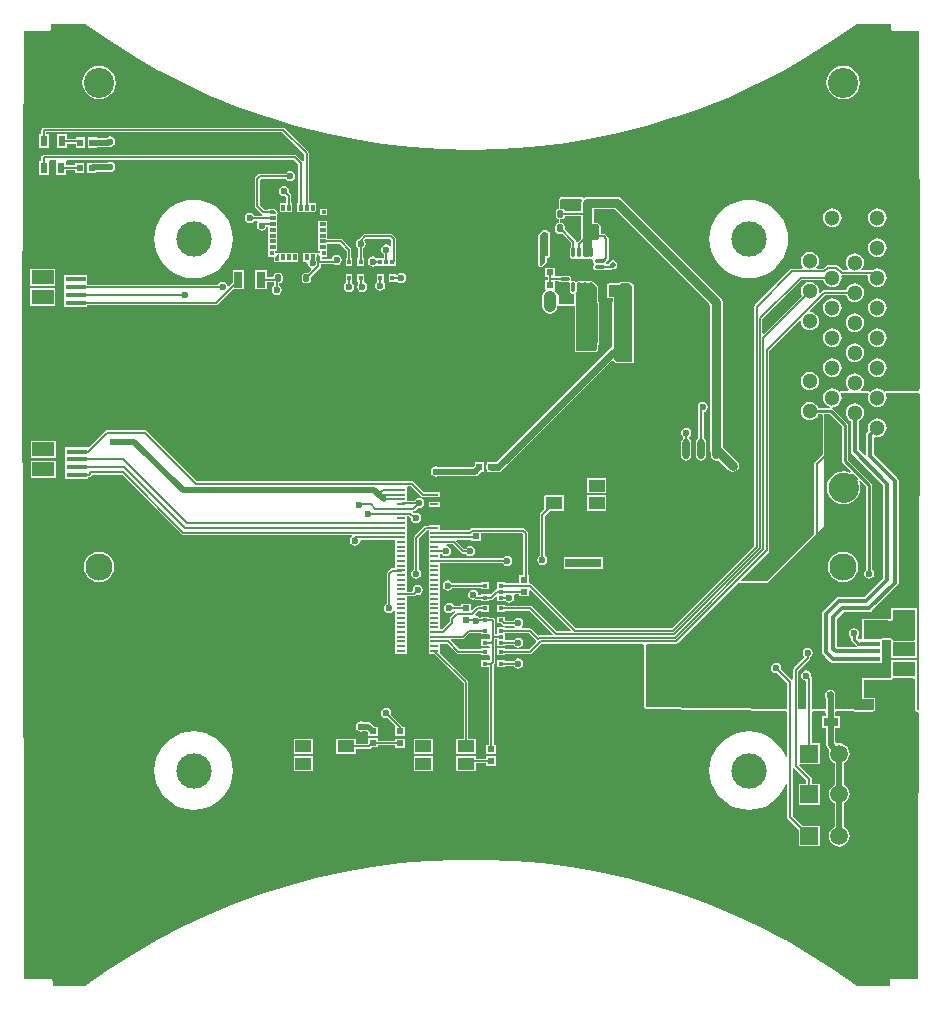
<source format=gbl>
%FSLAX42Y42*%
%MOMM*%
G71*
G01*
G75*
G04 Layer_Physical_Order=2*
G04 Layer_Color=16711680*
%ADD10C,0.15*%
%ADD11C,0.50*%
%ADD12C,0.80*%
%ADD13C,0.20*%
%ADD14C,0.25*%
%ADD15C,1.00*%
%ADD16C,4.10*%
%ADD17C,1.30*%
%ADD18C,2.54*%
%ADD19R,1.50X1.50*%
%ADD20C,1.50*%
%ADD21C,2.30*%
%ADD22C,2.55*%
%ADD23C,3.00*%
%ADD24C,0.60*%
%ADD25C,0.50*%
%ADD26R,0.61X0.51*%
%ADD27R,0.71X1.32*%
G04:AMPARAMS|DCode=28|XSize=0.51mm|YSize=0.61mm|CornerRadius=0.13mm|HoleSize=0mm|Usage=FLASHONLY|Rotation=0.000|XOffset=0mm|YOffset=0mm|HoleType=Round|Shape=RoundedRectangle|*
%AMROUNDEDRECTD28*
21,1,0.51,0.36,0,0,0.0*
21,1,0.25,0.61,0,0,0.0*
1,1,0.25,0.13,-0.18*
1,1,0.25,-0.13,-0.18*
1,1,0.25,-0.13,0.18*
1,1,0.25,0.13,0.18*
%
%ADD28ROUNDEDRECTD28*%
%ADD29R,0.30X0.30*%
%ADD30R,0.30X0.50*%
%ADD31R,0.30X0.30*%
%ADD32R,0.50X0.30*%
%ADD33R,3.30X3.30*%
%ADD34R,0.30X0.45*%
%ADD35R,0.45X0.30*%
%ADD36R,0.98X3.40*%
%ADD37R,1.42X1.07*%
%ADD38R,1.91X1.19*%
%ADD39R,1.91X2.39*%
%ADD40R,2.11X1.50*%
%ADD41R,1.70X0.46*%
%ADD42R,0.51X0.61*%
%ADD43R,0.61X0.91*%
G04:AMPARAMS|DCode=44|XSize=0.71mm|YSize=1.32mm|CornerRadius=0.18mm|HoleSize=0mm|Usage=FLASHONLY|Rotation=0.000|XOffset=0mm|YOffset=0mm|HoleType=Round|Shape=RoundedRectangle|*
%AMROUNDEDRECTD44*
21,1,0.71,0.97,0,0,0.0*
21,1,0.36,1.32,0,0,0.0*
1,1,0.36,0.18,-0.48*
1,1,0.36,-0.18,-0.48*
1,1,0.36,-0.18,0.48*
1,1,0.36,0.18,0.48*
%
%ADD44ROUNDEDRECTD44*%
G04:AMPARAMS|DCode=45|XSize=0.61mm|YSize=0.91mm|CornerRadius=0.15mm|HoleSize=0mm|Usage=FLASHONLY|Rotation=90.000|XOffset=0mm|YOffset=0mm|HoleType=Round|Shape=RoundedRectangle|*
%AMROUNDEDRECTD45*
21,1,0.61,0.61,0,0,90.0*
21,1,0.30,0.91,0,0,90.0*
1,1,0.30,0.30,0.15*
1,1,0.30,0.30,-0.15*
1,1,0.30,-0.30,-0.15*
1,1,0.30,-0.30,0.15*
%
%ADD45ROUNDEDRECTD45*%
%ADD46R,0.71X0.20*%
%ADD47O,0.28X0.85*%
%ADD48O,0.85X0.28*%
%ADD49R,1.70X1.70*%
%ADD50R,3.02X0.76*%
%ADD51R,1.22X0.71*%
%ADD52R,1.70X0.40*%
G04:AMPARAMS|DCode=53|XSize=0.61mm|YSize=1.7mm|CornerRadius=0.3mm|HoleSize=0mm|Usage=FLASHONLY|Rotation=0.000|XOffset=0mm|YOffset=0mm|HoleType=Round|Shape=RoundedRectangle|*
%AMROUNDEDRECTD53*
21,1,0.61,1.09,0,0,0.0*
21,1,0.00,1.70,0,0,0.0*
1,1,0.61,0.00,-0.55*
1,1,0.61,0.00,-0.55*
1,1,0.61,0.00,0.55*
1,1,0.61,0.00,0.55*
%
%ADD53ROUNDEDRECTD53*%
G04:AMPARAMS|DCode=54|XSize=2.82mm|YSize=1.02mm|CornerRadius=0.51mm|HoleSize=0mm|Usage=FLASHONLY|Rotation=270.000|XOffset=0mm|YOffset=0mm|HoleType=Round|Shape=RoundedRectangle|*
%AMROUNDEDRECTD54*
21,1,2.82,0.00,0,0,270.0*
21,1,1.80,1.02,0,0,270.0*
1,1,1.02,0.00,-0.90*
1,1,1.02,0.00,0.90*
1,1,1.02,0.00,0.90*
1,1,1.02,0.00,-0.90*
%
%ADD54ROUNDEDRECTD54*%
%ADD55C,0.38*%
%ADD56C,0.60*%
G36*
X3040Y4653D02*
X3041Y4649D01*
X3042Y4645D01*
X3042Y4645D01*
X3042Y4645D01*
X3044Y4642D01*
X3046Y4639D01*
X3046Y4639D01*
X3046Y4639D01*
X3049Y4637D01*
X3052Y4635D01*
X3052Y4635D01*
X3052Y4635D01*
X3056Y4634D01*
X3059Y4633D01*
X3277D01*
X3286Y2146D01*
X3284Y1607D01*
X3275Y1585D01*
X3003Y1585D01*
X3002Y1584D01*
X3000Y1584D01*
X2997Y1582D01*
X2993Y1581D01*
Y1581D01*
X2984Y1578D01*
X2984Y1578D01*
X2981Y1583D01*
X2964Y1596D01*
X2945Y1604D01*
X2925Y1606D01*
X2905Y1604D01*
X2886Y1596D01*
X2870Y1583D01*
X2866Y1578D01*
X2866Y1578D01*
X2857Y1581D01*
Y1581D01*
X2854Y1582D01*
X2850Y1584D01*
X2849Y1584D01*
X2848Y1585D01*
X2791Y1585D01*
X2787Y1597D01*
X2790Y1599D01*
X2803Y1616D01*
X2811Y1635D01*
X2813Y1655D01*
X2811Y1675D01*
X2803Y1694D01*
X2790Y1710D01*
X2774Y1723D01*
X2755Y1731D01*
X2735Y1733D01*
X2715Y1731D01*
X2696Y1723D01*
X2679Y1710D01*
X2667Y1694D01*
X2659Y1675D01*
X2657Y1655D01*
X2659Y1635D01*
X2667Y1616D01*
X2679Y1599D01*
X2683Y1597D01*
X2679Y1585D01*
X2622Y1585D01*
X2621Y1584D01*
X2619Y1584D01*
X2616Y1582D01*
X2612Y1581D01*
Y1581D01*
X2604Y1578D01*
X2604Y1578D01*
X2600Y1583D01*
X2584Y1596D01*
X2565Y1604D01*
X2544Y1606D01*
X2524Y1604D01*
X2505Y1596D01*
X2489Y1583D01*
X2477Y1567D01*
X2469Y1548D01*
X2466Y1528D01*
X2469Y1508D01*
X2477Y1489D01*
X2489Y1472D01*
X2505Y1460D01*
X2524Y1452D01*
X2524Y1452D01*
X2524Y1439D01*
X2427D01*
X2422Y1453D01*
X2409Y1469D01*
X2393Y1481D01*
X2374Y1489D01*
X2354Y1492D01*
X2334Y1489D01*
X2315Y1481D01*
X2299Y1469D01*
X2286Y1453D01*
X2278Y1434D01*
X2276Y1414D01*
X2278Y1393D01*
X2286Y1374D01*
X2299Y1358D01*
X2315Y1346D01*
X2334Y1338D01*
X2354Y1335D01*
X2374Y1338D01*
X2393Y1346D01*
X2409Y1358D01*
X2422Y1374D01*
X2427Y1388D01*
X2455D01*
X2464Y1379D01*
X2464Y1049D01*
X2397Y982D01*
X2392Y974D01*
X2390Y965D01*
X2390Y965D01*
X2390D01*
X2390Y965D01*
X2390D01*
Y372D01*
X1993Y-24D01*
X1777Y-24D01*
X1772Y-13D01*
X2007Y223D01*
X2012Y229D01*
X2013Y237D01*
X2013Y237D01*
X2013Y237D01*
Y237D01*
Y1926D01*
X2264Y2177D01*
X2276Y2173D01*
X2278Y2155D01*
X2286Y2136D01*
X2299Y2120D01*
X2315Y2108D01*
X2334Y2100D01*
X2354Y2097D01*
X2374Y2100D01*
X2393Y2108D01*
X2409Y2120D01*
X2422Y2136D01*
X2430Y2155D01*
X2432Y2176D01*
X2430Y2196D01*
X2422Y2215D01*
X2409Y2231D01*
X2393Y2243D01*
X2374Y2251D01*
X2357Y2254D01*
X2353Y2266D01*
X2483Y2396D01*
X2659D01*
X2667Y2378D01*
X2679Y2361D01*
X2696Y2349D01*
X2715Y2341D01*
X2735Y2339D01*
X2755Y2341D01*
X2774Y2349D01*
X2790Y2361D01*
X2803Y2378D01*
X2811Y2397D01*
X2813Y2417D01*
X2811Y2437D01*
X2803Y2456D01*
X2790Y2472D01*
X2774Y2485D01*
X2755Y2493D01*
X2735Y2495D01*
X2715Y2493D01*
X2696Y2485D01*
X2679Y2472D01*
X2667Y2456D01*
X2659Y2437D01*
X2475D01*
X2467Y2436D01*
X2460Y2431D01*
X2442Y2414D01*
X2431Y2419D01*
X2432Y2430D01*
X2430Y2450D01*
X2422Y2469D01*
X2409Y2485D01*
X2393Y2497D01*
X2374Y2505D01*
X2354Y2508D01*
X2334Y2505D01*
X2315Y2497D01*
X2299Y2485D01*
X2286Y2469D01*
X2278Y2450D01*
X2276Y2430D01*
X2278Y2409D01*
X2286Y2391D01*
X1965Y2070D01*
X1953Y2075D01*
Y2192D01*
X2285Y2523D01*
X2469D01*
X2477Y2505D01*
X2489Y2488D01*
X2505Y2476D01*
X2524Y2468D01*
X2544Y2466D01*
X2565Y2468D01*
X2584Y2476D01*
X2600Y2488D01*
X2612Y2505D01*
X2620Y2524D01*
X2623Y2544D01*
X2621Y2556D01*
X2630Y2565D01*
X2840D01*
X2848Y2556D01*
X2847Y2544D01*
X2850Y2524D01*
X2857Y2505D01*
X2870Y2488D01*
X2886Y2476D01*
X2905Y2468D01*
X2925Y2466D01*
X2945Y2468D01*
X2964Y2476D01*
X2981Y2488D01*
X2993Y2505D01*
X3001Y2524D01*
X3004Y2544D01*
X3001Y2564D01*
X2993Y2583D01*
X2981Y2599D01*
X2964Y2612D01*
X2945Y2620D01*
X2925Y2622D01*
X2905Y2620D01*
X2886Y2612D01*
X2879Y2606D01*
X2798D01*
X2792Y2618D01*
X2803Y2632D01*
X2811Y2651D01*
X2813Y2671D01*
X2811Y2691D01*
X2803Y2710D01*
X2790Y2726D01*
X2774Y2739D01*
X2755Y2747D01*
X2735Y2749D01*
X2715Y2747D01*
X2696Y2739D01*
X2679Y2726D01*
X2667Y2710D01*
X2659Y2691D01*
X2657Y2671D01*
X2659Y2651D01*
X2667Y2632D01*
X2678Y2618D01*
X2672Y2606D01*
X2632D01*
X2594Y2644D01*
X2588Y2648D01*
X2580Y2650D01*
X2509D01*
X2501Y2648D01*
X2495Y2644D01*
X2470Y2619D01*
X2417D01*
X2411Y2630D01*
X2422Y2644D01*
X2430Y2663D01*
X2432Y2684D01*
X2430Y2704D01*
X2422Y2723D01*
X2409Y2739D01*
X2393Y2751D01*
X2374Y2759D01*
X2354Y2762D01*
X2334Y2759D01*
X2315Y2751D01*
X2299Y2739D01*
X2286Y2723D01*
X2278Y2704D01*
X2276Y2684D01*
X2278Y2663D01*
X2286Y2644D01*
X2297Y2630D01*
X2291Y2619D01*
X2205D01*
X2197Y2617D01*
X2190Y2613D01*
X1890Y2313D01*
X1886Y2307D01*
X1884Y2299D01*
Y275D01*
X1185Y-424D01*
X374D01*
X0Y-51D01*
X-6Y-46D01*
X-14Y-45D01*
X-20D01*
Y23D01*
X-30D01*
Y381D01*
X-30Y381D01*
X-32Y389D01*
X-36Y396D01*
X-36Y396D01*
X-56Y416D01*
X-63Y420D01*
X-71Y422D01*
X-509D01*
X-509Y422D01*
X-517Y420D01*
X-523Y416D01*
X-532Y407D01*
X-775D01*
Y447D01*
X-872D01*
Y445D01*
X-896D01*
X-904Y444D01*
X-911Y439D01*
X-992Y357D01*
X-997Y351D01*
X-998Y343D01*
Y76D01*
X-1009Y69D01*
X-1018Y55D01*
X-1021Y38D01*
X-1018Y21D01*
X-1009Y7D01*
X-995Y-2D01*
X-978Y-5D01*
X-961Y-2D01*
X-947Y7D01*
X-938Y21D01*
X-934Y38D01*
X-938Y55D01*
X-947Y69D01*
X-957Y76D01*
Y334D01*
X-888Y404D01*
X-872D01*
Y402D01*
Y364D01*
Y323D01*
Y282D01*
Y242D01*
Y204D01*
Y163D01*
Y122D01*
Y82D01*
Y43D01*
Y3D01*
Y-38D01*
Y-78D01*
Y-117D01*
Y-157D01*
Y-198D01*
Y-238D01*
Y-279D01*
Y-319D01*
Y-359D01*
Y-399D01*
Y-439D01*
Y-479D01*
Y-519D01*
Y-559D01*
Y-599D01*
Y-639D01*
X-830D01*
X-577Y-892D01*
Y-1359D01*
X-640D01*
Y-1491D01*
X-473D01*
Y-1359D01*
X-536D01*
Y-883D01*
X-538Y-875D01*
X-542Y-868D01*
X-775Y-635D01*
Y-599D01*
Y-559D01*
Y-557D01*
X-717D01*
X-635Y-638D01*
X-629Y-643D01*
X-621Y-644D01*
X-429D01*
Y-652D01*
X-359D01*
D01*
X-359D01*
X-351Y-659D01*
Y-696D01*
X-359D01*
Y-696D01*
X-429D01*
Y-752D01*
X-363D01*
Y-1410D01*
X-386D01*
Y-1486D01*
X-300D01*
Y-1410D01*
X-322D01*
Y-732D01*
X-316Y-726D01*
X-311Y-719D01*
X-310Y-711D01*
X-310Y-711D01*
Y-533D01*
X-310Y-533D01*
X-310Y-533D01*
Y-516D01*
X-294D01*
Y-524D01*
Y-574D01*
X-223D01*
Y-567D01*
X-152D01*
X-145Y-577D01*
X-131Y-586D01*
X-114Y-590D01*
X-98Y-586D01*
X-84Y-577D01*
X-74Y-563D01*
X-71Y-546D01*
X-74Y-529D01*
X-84Y-515D01*
X-98Y-506D01*
X-114Y-503D01*
X-131Y-506D01*
X-145Y-515D01*
X-152Y-526D01*
X-223D01*
Y-524D01*
Y-474D01*
Y-467D01*
X-23D01*
X40Y-530D01*
X41Y-539D01*
X-22Y-602D01*
X-223D01*
Y-596D01*
X-294D01*
Y-652D01*
X-223D01*
Y-643D01*
X-13D01*
X-5Y-642D01*
X1Y-637D01*
X1Y-637D01*
X1Y-637D01*
X85Y-554D01*
X945D01*
X951Y-563D01*
X951Y-563D01*
X951D01*
D01*
X951Y-1091D01*
X953Y-1096D01*
X954Y-1100D01*
X955Y-1100D01*
X955Y-1101D01*
X959Y-1103D01*
X964Y-1105D01*
X2152Y-1121D01*
X2161Y-1144D01*
Y-1512D01*
X2149Y-1515D01*
X2134Y-1478D01*
X2106Y-1434D01*
X2072Y-1394D01*
X2033Y-1360D01*
X1988Y-1333D01*
X1940Y-1313D01*
X1889Y-1300D01*
X1837Y-1296D01*
X1785Y-1300D01*
X1734Y-1313D01*
X1686Y-1333D01*
X1642Y-1360D01*
X1602Y-1394D01*
X1568Y-1434D01*
X1541Y-1478D01*
X1521Y-1526D01*
X1508Y-1577D01*
X1504Y-1629D01*
X1508Y-1681D01*
X1521Y-1732D01*
X1541Y-1780D01*
X1568Y-1825D01*
X1602Y-1864D01*
X1642Y-1898D01*
X1686Y-1926D01*
X1734Y-1946D01*
X1785Y-1958D01*
X1837Y-1962D01*
X1889Y-1958D01*
X1940Y-1946D01*
X1988Y-1926D01*
X2033Y-1898D01*
X2072Y-1864D01*
X2106Y-1825D01*
X2134Y-1780D01*
X2149Y-1743D01*
X2161Y-1746D01*
Y-2019D01*
X2163Y-2028D01*
X2168Y-2036D01*
X2262Y-2129D01*
Y-2272D01*
X2437D01*
Y-2097D01*
X2295D01*
X2208Y-2010D01*
Y-1611D01*
X2216Y-1606D01*
X2219Y-1604D01*
X2326Y-1711D01*
Y-1741D01*
X2262D01*
Y-1917D01*
X2437D01*
Y-1741D01*
X2373D01*
Y-1702D01*
D01*
Y-1702D01*
X2373D01*
D01*
Y-1702D01*
X2373D01*
Y-1702D01*
X2373Y-1702D01*
X2373Y-1702D01*
D01*
D01*
D01*
D01*
X2371Y-1693D01*
X2369Y-1690D01*
X2369Y-1690D01*
X2366Y-1685D01*
Y-1685D01*
X2366Y-1685D01*
X2266Y-1585D01*
X2271Y-1574D01*
X2437D01*
Y-1398D01*
X2373D01*
Y-1133D01*
X2382Y-1124D01*
X2485Y-1125D01*
X2494Y-1148D01*
Y-1171D01*
X2459D01*
Y-1267D01*
X2494D01*
Y-1415D01*
X2494Y-1415D01*
X2497Y-1427D01*
X2497Y-1430D01*
X2506Y-1442D01*
X2520Y-1457D01*
X2518Y-1463D01*
X2515Y-1486D01*
X2518Y-1509D01*
X2527Y-1530D01*
X2541Y-1548D01*
X2559Y-1563D01*
X2565Y-1565D01*
Y-1750D01*
X2559Y-1752D01*
X2541Y-1766D01*
X2527Y-1785D01*
X2518Y-1806D01*
X2515Y-1829D01*
X2518Y-1852D01*
X2527Y-1873D01*
X2541Y-1891D01*
X2559Y-1905D01*
X2565Y-1908D01*
Y-2105D01*
X2559Y-2108D01*
X2541Y-2122D01*
X2527Y-2140D01*
X2518Y-2162D01*
X2515Y-2184D01*
X2518Y-2207D01*
X2527Y-2229D01*
X2541Y-2247D01*
X2559Y-2261D01*
X2581Y-2270D01*
X2603Y-2273D01*
X2626Y-2270D01*
X2648Y-2261D01*
X2666Y-2247D01*
X2680Y-2229D01*
X2689Y-2207D01*
X2692Y-2184D01*
X2689Y-2162D01*
X2680Y-2140D01*
X2666Y-2122D01*
X2648Y-2108D01*
X2642Y-2105D01*
Y-1908D01*
X2648Y-1905D01*
X2666Y-1891D01*
X2680Y-1873D01*
X2689Y-1852D01*
X2692Y-1829D01*
X2689Y-1806D01*
X2680Y-1785D01*
X2666Y-1766D01*
X2648Y-1752D01*
X2642Y-1750D01*
Y-1565D01*
X2648Y-1563D01*
X2666Y-1548D01*
X2680Y-1530D01*
X2689Y-1509D01*
X2692Y-1486D01*
X2689Y-1463D01*
X2680Y-1442D01*
X2666Y-1423D01*
X2648Y-1409D01*
X2626Y-1400D01*
X2603Y-1397D01*
X2581Y-1400D01*
X2580Y-1400D01*
X2571Y-1378D01*
Y-1267D01*
X2606D01*
Y-1171D01*
X2571D01*
Y-1135D01*
X2580Y-1126D01*
X2886Y-1130D01*
X2886Y-1130D01*
X2886Y-1130D01*
X2891Y-1128D01*
X2896Y-1127D01*
X2896Y-1126D01*
X2896Y-1126D01*
X2905Y-1118D01*
X2905Y-1117D01*
X2905Y-1117D01*
X2907Y-1113D01*
X2909Y-1108D01*
X2909Y-1108D01*
X2909Y-1108D01*
Y-1023D01*
X2905Y-1014D01*
X2895Y-1010D01*
X2814D01*
Y-862D01*
X3037D01*
X3037Y-862D01*
X3042D01*
X3051Y-858D01*
X3055Y-848D01*
Y-845D01*
Y-842D01*
Y-842D01*
X3217D01*
X3244Y-851D01*
Y-851D01*
X3244Y-851D01*
Y-851D01*
Y-1113D01*
X3244Y-1113D01*
Y-1114D01*
X3245Y-1116D01*
X3245Y-1119D01*
X3247Y-1121D01*
X3248Y-1123D01*
X3250Y-1124D01*
X3252Y-1126D01*
X3264Y-1131D01*
X3267Y-1131D01*
X3269Y-1132D01*
X3269Y-1132D01*
Y-1132D01*
X3275Y-1146D01*
X3270Y-2504D01*
X3270Y-2504D01*
X3270Y-2504D01*
X3270Y-3392D01*
X3051D01*
X3051Y-3392D01*
X3051Y-3392D01*
X3047Y-3392D01*
X3044Y-3393D01*
X3044Y-3393D01*
X3044Y-3393D01*
X3041Y-3395D01*
X3037Y-3397D01*
X3037Y-3397D01*
X3037Y-3397D01*
X3035Y-3401D01*
X3033Y-3404D01*
X3033Y-3404D01*
X3033Y-3404D01*
X3032Y-3407D01*
X3032Y-3411D01*
X3032Y-3411D01*
X3032Y-3411D01*
X3032Y-3444D01*
X3023Y-3453D01*
X2754D01*
X2562Y-3318D01*
X2561Y-3318D01*
X2561Y-3317D01*
X2358Y-3188D01*
X2358Y-3188D01*
X2357Y-3187D01*
X2149Y-3067D01*
X2149Y-3067D01*
X2148Y-3066D01*
X1935Y-2955D01*
X1935Y-2955D01*
X1934Y-2955D01*
X1716Y-2853D01*
X1716Y-2853D01*
X1716Y-2852D01*
X1493Y-2760D01*
X1493Y-2760D01*
X1493Y-2760D01*
X1266Y-2677D01*
X1266Y-2677D01*
X1266Y-2677D01*
X1036Y-2604D01*
X1036Y-2604D01*
X1035Y-2604D01*
X803Y-2542D01*
X803Y-2542D01*
X802Y-2542D01*
X567Y-2489D01*
X567Y-2489D01*
X566Y-2489D01*
X329Y-2447D01*
X329Y-2447D01*
X329Y-2447D01*
X90Y-2416D01*
X90Y-2416D01*
X89Y-2416D01*
X-150Y-2395D01*
X-151Y-2395D01*
X-151Y-2395D01*
X-392Y-2384D01*
X-392Y-2384D01*
X-393Y-2384D01*
X-633D01*
X-634Y-2384D01*
X-634Y-2384D01*
X-874Y-2395D01*
X-875Y-2395D01*
X-875Y-2395D01*
X-1115Y-2416D01*
X-1115Y-2416D01*
X-1116Y-2416D01*
X-1354Y-2447D01*
X-1355Y-2447D01*
X-1355Y-2447D01*
X-1592Y-2489D01*
X-1593Y-2489D01*
X-1593Y-2489D01*
X-1828Y-2542D01*
X-1828Y-2542D01*
X-1829Y-2542D01*
X-2061Y-2604D01*
X-2062Y-2604D01*
X-2062Y-2604D01*
X-2291Y-2677D01*
X-2292Y-2677D01*
X-2292Y-2677D01*
X-2518Y-2760D01*
X-2519Y-2760D01*
X-2519Y-2760D01*
X-2741Y-2852D01*
X-2742Y-2853D01*
X-2742Y-2853D01*
X-2960Y-2955D01*
X-2960Y-2955D01*
X-2961Y-2955D01*
X-3174Y-3066D01*
X-3175Y-3067D01*
X-3175Y-3067D01*
X-3383Y-3187D01*
X-3384Y-3188D01*
X-3384Y-3188D01*
X-3587Y-3317D01*
X-3587Y-3318D01*
X-3587Y-3318D01*
X-3779Y-3453D01*
X-4048D01*
X-4057Y-3444D01*
X-4057Y-3411D01*
X-4057Y-3411D01*
X-4057Y-3411D01*
X-4058Y-3407D01*
X-4059Y-3404D01*
X-4059Y-3404D01*
X-4059Y-3404D01*
X-4061Y-3401D01*
X-4063Y-3397D01*
X-4063Y-3397D01*
X-4063Y-3397D01*
X-4066Y-3395D01*
X-4069Y-3393D01*
X-4069Y-3393D01*
X-4069Y-3393D01*
X-4073Y-3392D01*
X-4077Y-3392D01*
X-4077Y-3392D01*
X-4077Y-3392D01*
X-4296D01*
X-4296Y-2504D01*
X-4296Y-2504D01*
X-4296Y-2504D01*
X-4304Y-178D01*
D01*
X-4312Y2146D01*
X-4303Y4633D01*
X-4085D01*
X-4082Y4634D01*
X-4078Y4635D01*
X-4078Y4635D01*
X-4078Y4635D01*
X-4075Y4637D01*
X-4072Y4639D01*
X-4072Y4639D01*
X-4071Y4639D01*
X-4069Y4642D01*
X-4067Y4645D01*
X-4067Y4645D01*
X-4067Y4645D01*
X-4067Y4649D01*
X-4066Y4653D01*
X-4066Y4695D01*
X-3779D01*
X-3580Y4555D01*
X-3580Y4555D01*
X-3580Y4554D01*
X-3369Y4421D01*
X-3369Y4421D01*
X-3368Y4420D01*
X-3152Y4296D01*
X-3152Y4296D01*
X-3151Y4296D01*
X-2930Y4182D01*
X-2930Y4182D01*
X-2929Y4181D01*
X-2703Y4077D01*
X-2702Y4077D01*
X-2702Y4077D01*
X-2471Y3983D01*
X-2470Y3983D01*
X-2470Y3983D01*
X-2235Y3900D01*
X-2235Y3900D01*
X-2234Y3900D01*
X-1996Y3827D01*
X-1995Y3827D01*
X-1995Y3827D01*
X-1753Y3766D01*
X-1753Y3766D01*
X-1752Y3765D01*
X-1508Y3715D01*
X-1508Y3715D01*
X-1508Y3715D01*
X-1261Y3675D01*
X-1261Y3676D01*
X-1261Y3675D01*
X-1013Y3647D01*
X-1012Y3647D01*
X-1012Y3647D01*
X-763Y3630D01*
X-763Y3630D01*
X-763Y3630D01*
X-513Y3625D01*
X-513Y3625D01*
X-512Y3625D01*
X-263Y3630D01*
X-263Y3630D01*
X-262Y3630D01*
X-14Y3647D01*
X-13Y3647D01*
X-13Y3647D01*
X235Y3675D01*
X235Y3676D01*
X236Y3675D01*
X482Y3715D01*
X482Y3715D01*
X483Y3715D01*
X727Y3765D01*
X727Y3766D01*
X728Y3766D01*
X969Y3827D01*
X969Y3827D01*
X970Y3827D01*
X1208Y3900D01*
X1209Y3900D01*
X1209Y3900D01*
X1444Y3983D01*
X1445Y3983D01*
X1445Y3983D01*
X1676Y4077D01*
X1676Y4077D01*
X1677Y4077D01*
X1903Y4181D01*
X1904Y4182D01*
X1904Y4182D01*
X2126Y4296D01*
X2126Y4296D01*
X2126Y4296D01*
X2343Y4420D01*
X2343Y4421D01*
X2343Y4421D01*
X2554Y4554D01*
X2554Y4555D01*
X2554Y4555D01*
X2754Y4695D01*
X3040D01*
X3040Y4653D01*
D02*
G37*
G36*
X-71Y372D02*
Y23D01*
X-107D01*
Y-45D01*
X-223D01*
Y-37D01*
X-294D01*
Y-93D01*
Y-95D01*
X-301Y-96D01*
X-307Y-101D01*
X-344Y-137D01*
X-359Y-137D01*
Y-137D01*
X-429D01*
Y-145D01*
X-448D01*
X-452Y-140D01*
X-455Y-123D01*
X-465Y-109D01*
X-479Y-99D01*
X-492Y-97D01*
X-492Y-97D01*
X-492Y-97D01*
X-491Y-84D01*
X-429D01*
Y-93D01*
X-359D01*
Y-37D01*
X-429D01*
Y-43D01*
X-674D01*
X-680Y-33D01*
X-695Y-23D01*
X-711Y-20D01*
X-728Y-23D01*
X-742Y-33D01*
X-751Y-47D01*
X-755Y-63D01*
X-751Y-80D01*
X-742Y-94D01*
X-728Y-104D01*
X-711Y-107D01*
X-695Y-104D01*
X-680Y-94D01*
X-674Y-84D01*
X-499D01*
X-499Y-85D01*
X-498Y-97D01*
X-512Y-99D01*
X-526Y-109D01*
X-536Y-123D01*
X-539Y-140D01*
X-536Y-156D01*
X-526Y-170D01*
X-512Y-180D01*
X-495Y-183D01*
X-483Y-181D01*
X-478Y-184D01*
X-470Y-186D01*
X-429D01*
Y-193D01*
X-359D01*
Y-186D01*
X-343D01*
X-335Y-184D01*
X-328Y-180D01*
X-306Y-157D01*
X-294Y-162D01*
Y-193D01*
X-224D01*
X-223Y-193D01*
Y-193D01*
X-223Y-193D01*
X-221Y-196D01*
X-207Y-205D01*
X-190Y-209D01*
X-174Y-205D01*
X-160Y-196D01*
X-150Y-182D01*
X-147Y-165D01*
X-150Y-148D01*
X-151Y-147D01*
X-145Y-135D01*
X-107D01*
Y-154D01*
X-20D01*
Y-105D01*
X-9Y-100D01*
X331Y-440D01*
X326Y-452D01*
X213D01*
X1Y-240D01*
X-5Y-236D01*
X-13Y-234D01*
X-223D01*
Y-228D01*
X-294D01*
Y-283D01*
X-223D01*
Y-275D01*
X-22D01*
X176Y-473D01*
X171Y-485D01*
X65D01*
X57Y-487D01*
X56Y-487D01*
X0Y-432D01*
X-6Y-427D01*
X-14Y-426D01*
X-82D01*
X-86Y-413D01*
X-84Y-412D01*
X-74Y-398D01*
X-71Y-381D01*
X-74Y-364D01*
X-84Y-350D01*
X-98Y-341D01*
X-114Y-337D01*
X-131Y-341D01*
X-145Y-350D01*
X-152Y-360D01*
X-223D01*
Y-328D01*
X-294D01*
Y-383D01*
X-260D01*
X-248Y-396D01*
X-241Y-400D01*
X-233Y-402D01*
X-152D01*
X-145Y-412D01*
X-143Y-413D01*
X-146Y-426D01*
X-223D01*
Y-418D01*
X-294D01*
Y-474D01*
Y-475D01*
X-310D01*
Y-356D01*
X-311Y-348D01*
X-316Y-341D01*
X-322Y-337D01*
X-330Y-335D01*
X-359D01*
Y-328D01*
X-429D01*
Y-335D01*
X-443D01*
X-445Y-332D01*
X-459Y-322D01*
X-476Y-319D01*
X-479Y-305D01*
X-450Y-276D01*
X-429D01*
Y-283D01*
X-359D01*
Y-228D01*
X-429D01*
Y-235D01*
X-459D01*
X-467Y-237D01*
X-473Y-241D01*
X-504Y-272D01*
X-516Y-267D01*
Y-216D01*
X-602D01*
Y-233D01*
X-661D01*
X-668Y-223D01*
X-682Y-214D01*
X-699Y-210D01*
X-715Y-214D01*
X-729Y-223D01*
X-739Y-237D01*
X-742Y-254D01*
X-739Y-271D01*
X-729Y-285D01*
X-715Y-294D01*
X-699Y-298D01*
X-682Y-294D01*
X-668Y-285D01*
X-661Y-275D01*
X-648D01*
X-644Y-287D01*
X-650Y-290D01*
X-688Y-328D01*
X-692Y-335D01*
X-694Y-343D01*
Y-372D01*
X-757Y-435D01*
X-775D01*
Y-399D01*
Y-359D01*
Y-319D01*
Y-279D01*
Y-238D01*
Y-198D01*
Y-157D01*
Y-117D01*
Y-78D01*
Y-38D01*
Y3D01*
Y43D01*
Y82D01*
Y122D01*
Y124D01*
X-246D01*
X-239Y114D01*
X-225Y105D01*
X-209Y102D01*
X-192Y105D01*
X-178Y114D01*
X-168Y128D01*
X-165Y145D01*
X-168Y162D01*
X-178Y176D01*
X-192Y185D01*
X-209Y189D01*
X-225Y185D01*
X-239Y176D01*
X-246Y166D01*
X-775D01*
Y204D01*
Y206D01*
X-760D01*
X-755Y198D01*
X-741Y188D01*
X-724Y185D01*
X-707Y188D01*
X-693Y198D01*
X-684Y212D01*
X-680Y229D01*
X-684Y245D01*
X-693Y259D01*
X-707Y269D01*
X-723Y272D01*
X-721Y285D01*
X-669D01*
X-599Y214D01*
X-592Y210D01*
X-584Y208D01*
X-584Y208D01*
X-558D01*
X-551Y198D01*
X-537Y188D01*
X-521Y185D01*
X-504Y188D01*
X-490Y198D01*
X-480Y212D01*
X-477Y229D01*
X-480Y245D01*
X-490Y259D01*
X-504Y269D01*
X-521Y272D01*
X-537Y269D01*
X-551Y259D01*
X-558Y249D01*
X-576D01*
X-640Y313D01*
X-635Y325D01*
X-513D01*
Y317D01*
X-427D01*
Y381D01*
X-80D01*
X-71Y372D01*
D02*
G37*
G36*
X-429Y-474D02*
X-359D01*
D01*
X-359D01*
X-351Y-482D01*
Y-495D01*
Y-518D01*
X-359D01*
Y-518D01*
X-429D01*
Y-574D01*
X-359D01*
D01*
X-359D01*
X-351Y-582D01*
Y-596D01*
X-359D01*
Y-596D01*
X-429D01*
Y-603D01*
X-612D01*
X-687Y-528D01*
X-682Y-517D01*
X-585D01*
X-577Y-515D01*
X-570Y-510D01*
X-570Y-510D01*
X-570Y-510D01*
X-526Y-467D01*
X-429D01*
Y-474D01*
D02*
G37*
G36*
X2672Y889D02*
X2692Y880D01*
X2696D01*
X2700Y880D01*
X2701Y880D01*
X2703D01*
X2706Y883D01*
X2709Y885D01*
X2722Y887D01*
X2760Y848D01*
X2759Y835D01*
X2757Y832D01*
X2754Y829D01*
Y828D01*
X2753Y827D01*
X2754Y823D01*
Y819D01*
X2762Y799D01*
X2767Y766D01*
X2762Y733D01*
X2750Y702D01*
X2729Y676D01*
X2703Y656D01*
X2672Y643D01*
X2640Y639D01*
X2607Y643D01*
X2576Y656D01*
X2550Y676D01*
X2530Y702D01*
X2517Y733D01*
X2513Y766D01*
X2517Y799D01*
X2530Y829D01*
X2550Y856D01*
X2576Y876D01*
X2607Y889D01*
X2640Y893D01*
X2672Y889D01*
D02*
G37*
G36*
X2848Y1571D02*
X2855Y1560D01*
X2850Y1548D01*
X2847Y1528D01*
X2850Y1508D01*
X2857Y1489D01*
X2870Y1472D01*
X2886Y1460D01*
X2905Y1452D01*
X2925Y1450D01*
X2945Y1452D01*
X2964Y1460D01*
X2981Y1472D01*
X2993Y1489D01*
X3001Y1508D01*
X3004Y1528D01*
X3001Y1548D01*
X2996Y1560D01*
X3003Y1571D01*
X3275Y1571D01*
X3284Y1562D01*
X3278Y-178D01*
D01*
X3275Y-1113D01*
X3269Y-1118D01*
X3258Y-1114D01*
Y-1113D01*
X3258D01*
Y-851D01*
X3258Y-851D01*
D01*
D01*
X3258Y-849D01*
Y-847D01*
Y-845D01*
Y-844D01*
Y-842D01*
X3258Y-840D01*
X3258Y-840D01*
X3258Y-840D01*
X3258D01*
Y-697D01*
X3042D01*
Y-840D01*
X3042Y-840D01*
X3042D01*
X3042Y-842D01*
Y-845D01*
Y-848D01*
X3037D01*
D01*
D01*
X3037D01*
Y-848D01*
X2800D01*
Y-1023D01*
X2895D01*
Y-1108D01*
X2886Y-1117D01*
X2571Y-1112D01*
Y-985D01*
X2568Y-970D01*
X2560Y-958D01*
X2548Y-950D01*
X2533Y-947D01*
X2529Y-947D01*
X2527Y-947D01*
X2511Y-950D01*
X2497Y-960D01*
X2487Y-974D01*
X2484Y-991D01*
X2487Y-1007D01*
X2494Y-1018D01*
Y-1102D01*
X2485Y-1111D01*
X2373Y-1110D01*
Y-851D01*
X2371Y-842D01*
X2369Y-840D01*
X2366Y-835D01*
X2366Y-835D01*
X2368Y-826D01*
X2364Y-809D01*
X2355Y-795D01*
X2341Y-785D01*
X2324Y-782D01*
X2307Y-785D01*
X2293Y-795D01*
X2284Y-809D01*
X2281Y-826D01*
X2284Y-842D01*
X2293Y-856D01*
X2307Y-866D01*
X2324Y-869D01*
X2326Y-871D01*
Y-1100D01*
X2317Y-1109D01*
X2258Y-1108D01*
Y-784D01*
X2353Y-689D01*
X2357Y-684D01*
X2358Y-682D01*
X2360Y-673D01*
Y-671D01*
X2368Y-666D01*
X2377Y-652D01*
X2380Y-635D01*
X2377Y-618D01*
X2368Y-604D01*
X2353Y-595D01*
X2337Y-591D01*
X2320Y-595D01*
X2306Y-604D01*
X2297Y-618D01*
X2293Y-635D01*
X2297Y-652D01*
X2306Y-666D01*
X2306Y-671D01*
X2219Y-758D01*
X2214Y-766D01*
X2212Y-775D01*
Y-852D01*
X2203Y-858D01*
X2200Y-859D01*
X2112Y-771D01*
X2114Y-762D01*
X2110Y-745D01*
X2101Y-731D01*
X2087Y-722D01*
X2070Y-718D01*
X2053Y-722D01*
X2039Y-731D01*
X2030Y-745D01*
X2027Y-762D01*
X2030Y-779D01*
X2039Y-793D01*
X2053Y-802D01*
X2070Y-806D01*
X2079Y-804D01*
X2161Y-886D01*
Y-1098D01*
X2152Y-1107D01*
X964Y-1091D01*
X964Y-563D01*
X973Y-554D01*
X1222D01*
X1230Y-552D01*
X1237Y-548D01*
X1747Y-38D01*
X1999Y-38D01*
X2478Y441D01*
Y885D01*
X2478Y1388D01*
X2525D01*
X2628Y1285D01*
Y991D01*
X2630Y981D01*
X2636Y972D01*
X2705Y904D01*
X2698Y893D01*
X2676Y902D01*
X2640Y907D01*
X2603Y902D01*
X2569Y888D01*
X2540Y866D01*
X2518Y836D01*
X2503Y802D01*
X2499Y766D01*
X2503Y729D01*
X2518Y695D01*
X2540Y666D01*
X2569Y644D01*
X2603Y630D01*
X2640Y625D01*
X2676Y630D01*
X2710Y644D01*
X2739Y666D01*
X2762Y695D01*
X2776Y729D01*
X2781Y766D01*
X2776Y802D01*
X2767Y824D01*
X2777Y831D01*
X2832Y777D01*
Y72D01*
X2827Y69D01*
X2817Y55D01*
X2814Y38D01*
X2817Y21D01*
X2827Y7D01*
X2841Y-2D01*
X2858Y-5D01*
X2874Y-2D01*
X2888Y7D01*
X2898Y21D01*
X2901Y38D01*
X2898Y55D01*
X2888Y69D01*
X2883Y72D01*
Y787D01*
X2881Y797D01*
X2876Y806D01*
X2680Y1001D01*
Y1295D01*
X2678Y1305D01*
X2673Y1314D01*
X2554Y1432D01*
X2546Y1438D01*
X2549Y1450D01*
X2565Y1452D01*
X2584Y1460D01*
X2600Y1472D01*
X2612Y1489D01*
X2620Y1508D01*
X2623Y1528D01*
X2620Y1548D01*
X2615Y1560D01*
X2622Y1571D01*
X2848Y1571D01*
D02*
G37*
%LPC*%
G36*
X1308Y1275D02*
X1291Y1272D01*
X1277Y1263D01*
X1268Y1249D01*
X1265Y1232D01*
X1268Y1215D01*
X1277Y1201D01*
X1284Y1197D01*
Y1184D01*
X1277Y1179D01*
X1267Y1165D01*
X1264Y1148D01*
Y1039D01*
X1267Y1022D01*
X1277Y1008D01*
X1291Y998D01*
X1308Y995D01*
X1325Y998D01*
X1339Y1008D01*
X1349Y1022D01*
X1352Y1039D01*
Y1148D01*
X1349Y1165D01*
X1339Y1179D01*
X1332Y1184D01*
Y1197D01*
X1339Y1201D01*
X1348Y1215D01*
X1352Y1232D01*
X1348Y1249D01*
X1339Y1263D01*
X1325Y1272D01*
X1308Y1275D01*
D02*
G37*
G36*
X-4026Y1162D02*
X-4242D01*
Y1017D01*
X-4026D01*
Y1162D01*
D02*
G37*
G36*
Y995D02*
X-4242D01*
Y850D01*
X-4026D01*
Y995D01*
D02*
G37*
G36*
X-406Y983D02*
X-482D01*
Y956D01*
X-498Y940D01*
X-793D01*
X-796Y942D01*
X-813Y945D01*
X-829Y942D01*
X-844Y932D01*
X-853Y918D01*
X-856Y902D01*
X-853Y885D01*
X-844Y871D01*
X-829Y861D01*
X-813Y858D01*
X-796Y861D01*
X-793Y863D01*
X-482D01*
X-482Y863D01*
X-470Y866D01*
X-467Y866D01*
X-455Y875D01*
X-455Y875D01*
X-455Y875D01*
X-433Y897D01*
X-406D01*
Y938D01*
X-405Y940D01*
X-406Y942D01*
Y983D01*
D02*
G37*
G36*
X1448Y1491D02*
X1431Y1488D01*
X1417Y1479D01*
X1408Y1464D01*
X1404Y1448D01*
X1408Y1431D01*
X1411Y1426D01*
Y1184D01*
X1403Y1179D01*
X1393Y1165D01*
X1390Y1148D01*
Y1039D01*
X1393Y1022D01*
X1403Y1008D01*
X1417Y998D01*
X1434Y995D01*
X1451Y998D01*
X1465Y1008D01*
X1475Y1022D01*
X1478Y1039D01*
Y1148D01*
X1475Y1165D01*
X1465Y1179D01*
X1457Y1184D01*
Y1406D01*
X1464Y1408D01*
X1479Y1417D01*
X1488Y1431D01*
X1491Y1448D01*
X1488Y1464D01*
X1479Y1479D01*
X1464Y1488D01*
X1448Y1491D01*
D02*
G37*
G36*
X-3277Y1252D02*
X-3594D01*
X-3602Y1251D01*
X-3609Y1246D01*
X-3609Y1246D01*
X-3750Y1105D01*
X-3754Y1107D01*
Y1107D01*
X-3754Y1107D01*
X-3950D01*
Y1035D01*
Y970D01*
Y904D01*
Y838D01*
X-3754D01*
Y853D01*
X-3752D01*
X-3744Y855D01*
X-3738Y859D01*
X-3721Y876D01*
X-3468D01*
X-2963Y372D01*
X-2957Y367D01*
X-2949Y366D01*
X-2949Y366D01*
X-1525D01*
X-1521Y354D01*
X-1529Y348D01*
X-1539Y334D01*
X-1542Y317D01*
X-1539Y301D01*
X-1529Y287D01*
X-1515Y277D01*
X-1499Y274D01*
X-1482Y277D01*
X-1468Y287D01*
X-1458Y301D01*
X-1455Y317D01*
X-1449Y325D01*
X-1154D01*
Y323D01*
Y282D01*
Y242D01*
Y204D01*
Y163D01*
Y122D01*
Y84D01*
X-1181D01*
X-1189Y83D01*
X-1196Y78D01*
X-1221Y53D01*
X-1226Y46D01*
X-1227Y38D01*
Y-216D01*
X-1237Y-223D01*
X-1247Y-237D01*
X-1250Y-254D01*
X-1247Y-271D01*
X-1237Y-285D01*
X-1223Y-294D01*
X-1206Y-298D01*
X-1190Y-294D01*
X-1176Y-285D01*
X-1166Y-271D01*
X-1166D01*
D01*
X-1154Y-274D01*
Y-279D01*
Y-319D01*
Y-359D01*
Y-399D01*
Y-439D01*
Y-479D01*
Y-519D01*
Y-559D01*
Y-599D01*
Y-639D01*
X-1058D01*
Y-599D01*
Y-559D01*
Y-519D01*
Y-479D01*
Y-439D01*
Y-399D01*
Y-359D01*
Y-319D01*
Y-279D01*
Y-238D01*
Y-198D01*
Y-157D01*
Y-155D01*
X-998D01*
X-990Y-153D01*
X-983Y-149D01*
X-983Y-149D01*
X-983Y-149D01*
X-977Y-143D01*
X-965Y-145D01*
X-949Y-142D01*
X-934Y-132D01*
X-925Y-118D01*
X-922Y-102D01*
X-925Y-85D01*
X-934Y-71D01*
X-949Y-61D01*
X-965Y-58D01*
X-982Y-61D01*
X-996Y-71D01*
X-1005Y-85D01*
X-1009Y-102D01*
X-1008Y-104D01*
X-1016Y-114D01*
X-1058D01*
Y-78D01*
Y-38D01*
Y3D01*
Y43D01*
Y82D01*
Y122D01*
Y163D01*
Y204D01*
Y242D01*
Y282D01*
Y323D01*
Y364D01*
Y402D01*
Y442D01*
Y483D01*
Y524D01*
Y526D01*
X-1038D01*
X-1021Y509D01*
X-1021Y508D01*
X-1018Y491D01*
X-1009Y477D01*
X-995Y468D01*
X-978Y464D01*
X-961Y468D01*
X-947Y477D01*
X-938Y491D01*
X-934Y508D01*
X-938Y525D01*
X-947Y539D01*
X-961Y548D01*
X-978Y552D01*
X-993Y548D01*
X-1003Y557D01*
Y560D01*
X-1002Y564D01*
X-995Y565D01*
X-988Y570D01*
X-988Y570D01*
X-988Y570D01*
X-965Y594D01*
X-952Y591D01*
X-936Y595D01*
X-922Y604D01*
X-912Y618D01*
X-909Y635D01*
X-912Y652D01*
X-922Y666D01*
X-936Y675D01*
X-952Y679D01*
X-969Y675D01*
X-983Y666D01*
X-990Y656D01*
X-1058D01*
Y684D01*
Y722D01*
Y767D01*
X-1058D01*
Y771D01*
X-1049Y780D01*
X-1025D01*
X-937Y692D01*
X-937Y692D01*
X-930Y687D01*
X-930Y687D01*
X-930Y687D01*
D01*
X-930Y687D01*
X-930Y687D01*
X-922Y686D01*
X-872D01*
Y684D01*
X-775D01*
Y729D01*
X-872D01*
Y727D01*
X-914D01*
X-1001Y815D01*
X-1008Y819D01*
X-1016Y821D01*
X-2836D01*
X-3262Y1246D01*
X-3269Y1251D01*
X-3277Y1252D01*
D02*
G37*
G36*
X199Y2626D02*
X113D01*
Y2550D01*
X135D01*
Y2536D01*
X135Y2535D01*
X135Y2533D01*
Y2523D01*
X113D01*
Y2447D01*
X115D01*
X119Y2435D01*
X111Y2430D01*
X109Y2428D01*
X95Y2408D01*
X91Y2383D01*
Y2309D01*
X89Y2303D01*
X94Y2279D01*
X108Y2258D01*
X129Y2244D01*
X153Y2239D01*
X178Y2244D01*
X199Y2258D01*
X200Y2259D01*
X214Y2280D01*
X218Y2304D01*
X218Y2304D01*
D01*
X228Y2308D01*
X228Y2308D01*
Y2308D01*
X355D01*
X363Y2302D01*
Y1935D01*
X365Y1931D01*
X367Y1926D01*
X377Y1915D01*
X377Y1915D01*
X377Y1915D01*
X382Y1913D01*
X387Y1911D01*
X387Y1911D01*
X387Y1911D01*
X534D01*
X535Y1911D01*
X535Y1911D01*
X539Y1913D01*
X544Y1915D01*
X544Y1915D01*
X544Y1915D01*
X560Y1931D01*
X561Y1936D01*
X563Y1941D01*
Y1976D01*
X569D01*
Y2341D01*
X563D01*
Y2463D01*
X561Y2468D01*
X560Y2473D01*
X524Y2509D01*
X524Y2509D01*
X524Y2509D01*
X522Y2510D01*
X522Y2510D01*
X513Y2516D01*
X503Y2518D01*
X492Y2516D01*
X488Y2513D01*
X467D01*
X463Y2516D01*
X453Y2518D01*
X442Y2516D01*
X438Y2513D01*
X423D01*
X422Y2512D01*
X421Y2513D01*
X418Y2512D01*
X413Y2516D01*
X403Y2518D01*
X392Y2516D01*
X383Y2510D01*
X380Y2505D01*
X372Y2510D01*
X372Y2510D01*
Y2510D01*
X363Y2516D01*
X353Y2518D01*
X343Y2516D01*
X334Y2525D01*
X336Y2535D01*
X334Y2545D01*
X328Y2554D01*
X319Y2560D01*
X309Y2562D01*
X252D01*
X241Y2560D01*
X234Y2555D01*
X199D01*
Y2626D01*
D02*
G37*
G36*
X2735Y1987D02*
X2715Y1985D01*
X2696Y1977D01*
X2679Y1964D01*
X2667Y1948D01*
X2659Y1929D01*
X2657Y1909D01*
X2659Y1889D01*
X2667Y1870D01*
X2679Y1853D01*
X2696Y1841D01*
X2715Y1833D01*
X2735Y1831D01*
X2755Y1833D01*
X2774Y1841D01*
X2790Y1853D01*
X2803Y1870D01*
X2811Y1889D01*
X2813Y1909D01*
X2811Y1929D01*
X2803Y1948D01*
X2790Y1964D01*
X2774Y1977D01*
X2755Y1985D01*
X2735Y1987D01*
D02*
G37*
G36*
X2925Y2114D02*
X2905Y2112D01*
X2886Y2104D01*
X2870Y2091D01*
X2857Y2075D01*
X2850Y2056D01*
X2847Y2036D01*
X2850Y2016D01*
X2857Y1997D01*
X2870Y1980D01*
X2886Y1968D01*
X2905Y1960D01*
X2925Y1958D01*
X2945Y1960D01*
X2964Y1968D01*
X2981Y1980D01*
X2993Y1997D01*
X3001Y2016D01*
X3004Y2036D01*
X3001Y2056D01*
X2993Y2075D01*
X2981Y2091D01*
X2964Y2104D01*
X2945Y2112D01*
X2925Y2114D01*
D02*
G37*
G36*
X2544Y2114D02*
X2524Y2112D01*
X2505Y2104D01*
X2489Y2091D01*
X2477Y2075D01*
X2469Y2056D01*
X2466Y2036D01*
X2469Y2016D01*
X2477Y1997D01*
X2489Y1980D01*
X2505Y1968D01*
X2524Y1960D01*
X2544Y1958D01*
X2565Y1960D01*
X2584Y1968D01*
X2600Y1980D01*
X2612Y1997D01*
X2620Y2016D01*
X2623Y2036D01*
X2620Y2056D01*
X2612Y2075D01*
X2600Y2091D01*
X2584Y2104D01*
X2565Y2112D01*
X2544Y2114D01*
D02*
G37*
G36*
X821Y2510D02*
X760D01*
X749Y2508D01*
X740Y2502D01*
X737Y2497D01*
X656D01*
X653Y2496D01*
X650Y2496D01*
X645Y2493D01*
X644Y2492D01*
X642Y2491D01*
X641Y2488D01*
X639Y2485D01*
X639Y2483D01*
X638Y2481D01*
Y2383D01*
X642Y2374D01*
X652Y2370D01*
X685D01*
Y2341D01*
X683D01*
Y1976D01*
X683D01*
X683Y1969D01*
X-303Y983D01*
X-343D01*
X-345Y983D01*
X-381D01*
Y960D01*
X-383Y956D01*
X-386Y940D01*
X-383Y923D01*
X-381Y920D01*
Y897D01*
X-345D01*
X-343Y896D01*
X-285D01*
X-268Y900D01*
X-254Y909D01*
X680Y1843D01*
X692Y1843D01*
X712Y1823D01*
X712Y1823D01*
X712Y1823D01*
X717Y1821D01*
X722Y1819D01*
X722Y1819D01*
X722Y1819D01*
X852D01*
X862Y1823D01*
X866Y1833D01*
Y2472D01*
X866Y2472D01*
X866Y2472D01*
X864Y2477D01*
X862Y2482D01*
X862Y2482D01*
X862Y2482D01*
X850Y2493D01*
X846Y2495D01*
X841Y2502D01*
X832Y2508D01*
X821Y2510D01*
D02*
G37*
G36*
X2354Y1746D02*
X2334Y1743D01*
X2315Y1735D01*
X2299Y1723D01*
X2286Y1707D01*
X2278Y1688D01*
X2276Y1668D01*
X2278Y1647D01*
X2286Y1628D01*
X2299Y1612D01*
X2315Y1600D01*
X2334Y1592D01*
X2354Y1589D01*
X2374Y1592D01*
X2393Y1600D01*
X2409Y1612D01*
X2422Y1628D01*
X2430Y1647D01*
X2432Y1668D01*
X2430Y1688D01*
X2422Y1707D01*
X2409Y1723D01*
X2393Y1735D01*
X2374Y1743D01*
X2354Y1746D01*
D02*
G37*
G36*
X2735Y1479D02*
X2715Y1477D01*
X2696Y1469D01*
X2679Y1456D01*
X2667Y1440D01*
X2659Y1421D01*
X2657Y1401D01*
X2659Y1381D01*
X2667Y1362D01*
X2679Y1345D01*
X2696Y1333D01*
X2703Y1330D01*
Y1075D01*
X2705Y1063D01*
X2712Y1052D01*
X2978Y787D01*
Y1D01*
X2819Y-158D01*
X2603D01*
X2590Y-161D01*
X2580Y-168D01*
X2485Y-262D01*
X2485Y-262D01*
X2466Y-281D01*
X2459Y-292D01*
X2457Y-304D01*
Y-623D01*
X2459Y-636D01*
X2466Y-646D01*
X2485Y-665D01*
X2485Y-665D01*
X2529Y-709D01*
X2539Y-716D01*
X2552Y-718D01*
X2770D01*
Y-721D01*
X2965D01*
Y-650D01*
X2965D01*
Y-589D01*
Y-522D01*
X3037D01*
Y-522D01*
X3042D01*
X3042Y-525D01*
X3042Y-530D01*
X3042Y-530D01*
X3042Y-530D01*
X3042D01*
Y-674D01*
X3258D01*
Y-530D01*
X3258Y-530D01*
D01*
D01*
X3258Y-530D01*
X3258Y-527D01*
Y-525D01*
X3258Y-524D01*
X3258Y-521D01*
X3258Y-521D01*
X3258Y-521D01*
X3258Y-521D01*
X3258D01*
Y-257D01*
X3042D01*
Y-347D01*
X3037D01*
Y-347D01*
X2800D01*
Y-518D01*
X2770D01*
X2770Y-518D01*
Y-518D01*
X2768Y-519D01*
X2755Y-506D01*
X2760Y-499D01*
X2760Y-499D01*
X2760D01*
X2769Y-485D01*
X2773Y-469D01*
X2769Y-452D01*
X2760Y-438D01*
X2746Y-428D01*
X2729Y-425D01*
X2713Y-428D01*
X2698Y-438D01*
X2689Y-452D01*
X2686Y-469D01*
X2689Y-485D01*
X2698Y-499D01*
X2703Y-503D01*
Y-517D01*
X2703Y-517D01*
X2703D01*
X2705Y-527D01*
X2711Y-535D01*
X2748Y-572D01*
X2748Y-572D01*
X2748D01*
X2748Y-572D01*
X2748D01*
X2748Y-572D01*
Y-572D01*
Y-572D01*
D01*
D01*
X2748D01*
Y-572D01*
X2753Y-575D01*
X2749Y-587D01*
X2589D01*
X2585Y-583D01*
Y-344D01*
X2642Y-286D01*
X2858D01*
X2871Y-284D01*
X2881Y-277D01*
X3096Y-62D01*
X3103Y-51D01*
X3106Y-39D01*
X3106Y-39D01*
X3106Y-39D01*
Y-39D01*
Y826D01*
X3103Y839D01*
X3096Y849D01*
X2897Y1049D01*
Y1178D01*
X2904Y1196D01*
X2906Y1198D01*
X2925Y1196D01*
X2945Y1198D01*
X2964Y1206D01*
X2981Y1218D01*
X2993Y1235D01*
X3001Y1254D01*
X3004Y1274D01*
X3001Y1294D01*
X2993Y1313D01*
X2981Y1329D01*
X2964Y1342D01*
X2945Y1350D01*
X2925Y1352D01*
X2905Y1350D01*
X2886Y1342D01*
X2870Y1329D01*
X2857Y1313D01*
X2850Y1294D01*
X2847Y1274D01*
X2850Y1254D01*
X2852Y1247D01*
X2841Y1236D01*
X2834Y1225D01*
X2832Y1213D01*
Y1040D01*
X2820Y1036D01*
X2767Y1089D01*
Y1330D01*
X2774Y1333D01*
X2790Y1345D01*
X2803Y1362D01*
X2811Y1381D01*
X2813Y1401D01*
X2811Y1421D01*
X2803Y1440D01*
X2790Y1456D01*
X2774Y1469D01*
X2755Y1477D01*
X2735Y1479D01*
D02*
G37*
G36*
X2925Y1860D02*
X2905Y1858D01*
X2886Y1850D01*
X2870Y1837D01*
X2857Y1821D01*
X2850Y1802D01*
X2847Y1782D01*
X2850Y1762D01*
X2857Y1743D01*
X2870Y1726D01*
X2886Y1714D01*
X2905Y1706D01*
X2925Y1704D01*
X2945Y1706D01*
X2964Y1714D01*
X2981Y1726D01*
X2993Y1743D01*
X3001Y1762D01*
X3004Y1782D01*
X3001Y1802D01*
X2993Y1821D01*
X2981Y1837D01*
X2964Y1850D01*
X2945Y1858D01*
X2925Y1860D01*
D02*
G37*
G36*
X2544D02*
X2524Y1858D01*
X2505Y1850D01*
X2489Y1837D01*
X2477Y1821D01*
X2469Y1802D01*
X2466Y1782D01*
X2469Y1762D01*
X2477Y1743D01*
X2489Y1726D01*
X2505Y1714D01*
X2524Y1706D01*
X2544Y1704D01*
X2565Y1706D01*
X2584Y1714D01*
X2600Y1726D01*
X2612Y1743D01*
X2620Y1762D01*
X2623Y1782D01*
X2620Y1802D01*
X2612Y1821D01*
X2600Y1837D01*
X2584Y1850D01*
X2565Y1858D01*
X2544Y1860D01*
D02*
G37*
G36*
X632Y850D02*
X465D01*
Y718D01*
X632D01*
Y850D01*
D02*
G37*
G36*
X-833Y-1359D02*
X-1001D01*
Y-1491D01*
X-833D01*
Y-1359D01*
D02*
G37*
G36*
X-1849D02*
X-2017D01*
Y-1491D01*
X-1849D01*
Y-1359D01*
D02*
G37*
G36*
X-1232Y-1099D02*
X-1249Y-1103D01*
X-1263Y-1112D01*
X-1272Y-1126D01*
X-1275Y-1143D01*
X-1272Y-1160D01*
X-1263Y-1174D01*
X-1249Y-1183D01*
X-1232Y-1187D01*
X-1220Y-1184D01*
X-1156Y-1248D01*
X-1161Y-1258D01*
X-1161D01*
X-1161Y-1258D01*
Y-1334D01*
X-1074D01*
Y-1258D01*
X-1097D01*
Y-1257D01*
X-1099Y-1249D01*
X-1103Y-1243D01*
X-1191Y-1155D01*
X-1188Y-1143D01*
X-1192Y-1126D01*
X-1201Y-1112D01*
X-1215Y-1103D01*
X-1232Y-1099D01*
D02*
G37*
G36*
X-1303Y-1358D02*
X-1389D01*
Y-1404D01*
X-1489D01*
Y-1359D01*
X-1656D01*
Y-1491D01*
X-1489D01*
Y-1446D01*
X-1375D01*
X-1367Y-1444D01*
X-1360Y-1440D01*
X-1360Y-1440D01*
X-1360Y-1440D01*
X-1355Y-1434D01*
X-1303D01*
Y-1417D01*
X-1161D01*
Y-1435D01*
X-1074D01*
Y-1359D01*
X-1161D01*
Y-1376D01*
X-1303D01*
Y-1358D01*
D02*
G37*
G36*
X-1849Y-1505D02*
X-2017D01*
Y-1637D01*
X-1849D01*
Y-1505D01*
D02*
G37*
G36*
X-2863Y-1296D02*
X-2915Y-1300D01*
X-2966Y-1313D01*
X-3014Y-1333D01*
X-3058Y-1360D01*
X-3098Y-1394D01*
X-3132Y-1434D01*
X-3159Y-1478D01*
X-3179Y-1526D01*
X-3192Y-1577D01*
X-3196Y-1629D01*
X-3192Y-1681D01*
X-3179Y-1732D01*
X-3159Y-1780D01*
X-3132Y-1825D01*
X-3098Y-1864D01*
X-3058Y-1898D01*
X-3014Y-1926D01*
X-2966Y-1946D01*
X-2915Y-1958D01*
X-2863Y-1962D01*
X-2811Y-1958D01*
X-2760Y-1946D01*
X-2712Y-1926D01*
X-2667Y-1898D01*
X-2628Y-1864D01*
X-2594Y-1825D01*
X-2566Y-1780D01*
X-2546Y-1732D01*
X-2534Y-1681D01*
X-2530Y-1629D01*
X-2534Y-1577D01*
X-2546Y-1526D01*
X-2566Y-1478D01*
X-2594Y-1434D01*
X-2628Y-1394D01*
X-2667Y-1360D01*
X-2712Y-1333D01*
X-2760Y-1313D01*
X-2811Y-1300D01*
X-2863Y-1296D01*
D02*
G37*
G36*
X-473Y-1505D02*
X-640D01*
Y-1637D01*
X-473D01*
Y-1569D01*
X-386D01*
Y-1587D01*
X-300D01*
Y-1510D01*
X-386D01*
Y-1528D01*
X-473D01*
Y-1505D01*
D02*
G37*
G36*
X-833D02*
X-1001D01*
Y-1637D01*
X-833D01*
Y-1505D01*
D02*
G37*
G36*
X272Y704D02*
X104D01*
Y583D01*
X74Y553D01*
X70Y546D01*
X68Y538D01*
Y190D01*
X58Y183D01*
X49Y169D01*
X45Y152D01*
X49Y136D01*
X58Y122D01*
X72Y112D01*
X89Y109D01*
X106Y112D01*
X120Y122D01*
X129Y136D01*
X132Y152D01*
X129Y169D01*
X120Y183D01*
X109Y190D01*
Y530D01*
X151Y572D01*
X272D01*
Y704D01*
D02*
G37*
G36*
X601Y178D02*
X273D01*
Y76D01*
X601D01*
Y178D01*
D02*
G37*
G36*
X-775Y648D02*
X-872D01*
Y602D01*
X-775D01*
Y648D01*
D02*
G37*
G36*
X632Y704D02*
X465D01*
Y572D01*
X632D01*
Y704D01*
D02*
G37*
G36*
X-114Y-680D02*
X-131Y-684D01*
X-145Y-693D01*
X-152Y-703D01*
X-223D01*
Y-696D01*
X-294D01*
Y-752D01*
X-223D01*
Y-744D01*
X-152D01*
X-145Y-755D01*
X-131Y-764D01*
X-114Y-767D01*
X-98Y-764D01*
X-84Y-755D01*
X-74Y-741D01*
X-71Y-724D01*
X-74Y-707D01*
X-84Y-693D01*
X-98Y-684D01*
X-114Y-680D01*
D02*
G37*
G36*
X-1448Y-1214D02*
X-1464Y-1217D01*
X-1479Y-1227D01*
X-1488Y-1241D01*
X-1491Y-1257D01*
X-1488Y-1274D01*
X-1479Y-1288D01*
X-1464Y-1298D01*
X-1448Y-1301D01*
X-1431Y-1298D01*
X-1428Y-1296D01*
X-1400D01*
X-1389Y-1307D01*
Y-1334D01*
X-1348D01*
X-1346Y-1334D01*
X-1344Y-1334D01*
X-1303D01*
Y-1257D01*
X-1330D01*
X-1357Y-1230D01*
X-1370Y-1222D01*
X-1372Y-1221D01*
X-1384Y-1219D01*
X-1384Y-1219D01*
X-1428D01*
X-1431Y-1217D01*
X-1448Y-1214D01*
D02*
G37*
G36*
X2637Y225D02*
X2604Y221D01*
X2573Y208D01*
X2546Y187D01*
X2525Y160D01*
X2512Y129D01*
X2508Y96D01*
X2512Y63D01*
X2525Y31D01*
X2546Y5D01*
X2573Y-16D01*
X2604Y-29D01*
X2637Y-33D01*
X2670Y-29D01*
X2702Y-16D01*
X2728Y5D01*
X2749Y31D01*
X2762Y63D01*
X2766Y96D01*
X2762Y129D01*
X2749Y160D01*
X2728Y187D01*
X2702Y208D01*
X2670Y221D01*
X2637Y225D01*
D02*
G37*
G36*
X-3663D02*
X-3696Y221D01*
X-3727Y208D01*
X-3754Y187D01*
X-3775Y160D01*
X-3788Y129D01*
X-3792Y96D01*
X-3788Y63D01*
X-3775Y31D01*
X-3754Y5D01*
X-3727Y-16D01*
X-3696Y-29D01*
X-3663Y-33D01*
X-3630Y-29D01*
X-3598Y-16D01*
X-3572Y5D01*
X-3551Y31D01*
X-3538Y63D01*
X-3534Y96D01*
X-3538Y129D01*
X-3551Y160D01*
X-3572Y187D01*
X-3598Y208D01*
X-3630Y221D01*
X-3663Y225D01*
D02*
G37*
G36*
X-2105Y3815D02*
X-4130D01*
X-4138Y3813D01*
X-4145Y3809D01*
X-4149Y3802D01*
X-4151Y3794D01*
Y3757D01*
X-4174D01*
Y3640D01*
X-4087D01*
Y3757D01*
X-4110D01*
Y3774D01*
X-2114D01*
X-1927Y3587D01*
Y3533D01*
X-1939Y3529D01*
X-1942Y3533D01*
X-1942Y3533D01*
X-1987Y3578D01*
X-1993Y3582D01*
X-2001Y3584D01*
X-4133D01*
X-4141Y3582D01*
X-4148Y3578D01*
X-4152Y3571D01*
X-4154Y3563D01*
Y3533D01*
X-4176D01*
Y3416D01*
X-4090D01*
Y3533D01*
X-4090D01*
Y3534D01*
X-4081Y3543D01*
X-4025D01*
Y3533D01*
X-4025D01*
Y3416D01*
X-3939D01*
Y3454D01*
X-3864D01*
Y3427D01*
X-3788D01*
Y3513D01*
X-3864D01*
Y3495D01*
X-3939D01*
Y3533D01*
X-3939D01*
Y3534D01*
X-3930Y3543D01*
X-2010D01*
X-1977Y3510D01*
Y3172D01*
X-1984D01*
Y3097D01*
X-1828D01*
Y3172D01*
X-1886D01*
Y3595D01*
X-1887Y3603D01*
X-1892Y3610D01*
X-2091Y3809D01*
X-2097Y3813D01*
X-2105Y3815D01*
D02*
G37*
G36*
X-3569Y3523D02*
X-3585Y3520D01*
X-3588Y3518D01*
X-3715D01*
X-3730Y3515D01*
X-3733Y3513D01*
X-3763D01*
Y3427D01*
X-3687D01*
Y3441D01*
X-3588D01*
X-3585Y3440D01*
X-3569Y3436D01*
X-3552Y3440D01*
X-3538Y3449D01*
X-3528Y3463D01*
X-3525Y3480D01*
X-3528Y3496D01*
X-3538Y3511D01*
X-3552Y3520D01*
X-3569Y3523D01*
D02*
G37*
G36*
X-1194Y2916D02*
X-1410D01*
X-1418Y2915D01*
X-1424Y2910D01*
X-1462Y2873D01*
X-1464Y2872D01*
X-1479Y2863D01*
X-1488Y2849D01*
X-1491Y2832D01*
X-1488Y2815D01*
X-1479Y2801D01*
X-1468Y2795D01*
Y2710D01*
X-1476D01*
Y2640D01*
X-1420D01*
Y2710D01*
X-1427D01*
Y2795D01*
X-1417Y2801D01*
X-1408Y2815D01*
X-1404Y2832D01*
X-1408Y2849D01*
X-1416Y2861D01*
X-1401Y2875D01*
X-1202D01*
X-1189Y2862D01*
Y2820D01*
X-1201Y2812D01*
X-1215Y2822D01*
X-1232Y2825D01*
X-1249Y2822D01*
X-1263Y2812D01*
X-1272Y2798D01*
X-1275Y2781D01*
X-1272Y2765D01*
X-1263Y2751D01*
X-1252Y2743D01*
Y2710D01*
X-1309D01*
X-1309Y2710D01*
Y2710D01*
X-1314Y2709D01*
X-1315Y2710D01*
X-1330Y2720D01*
X-1346Y2723D01*
X-1363Y2720D01*
X-1377Y2710D01*
X-1386Y2696D01*
X-1390Y2680D01*
X-1386Y2663D01*
X-1377Y2649D01*
X-1363Y2639D01*
X-1346Y2636D01*
X-1330Y2639D01*
X-1320Y2646D01*
X-1309Y2640D01*
Y2640D01*
X-1153D01*
Y2674D01*
X-1149Y2680D01*
X-1149Y2680D01*
X-1149Y2680D01*
X-1148Y2688D01*
X-1148Y2688D01*
Y2870D01*
X-1149Y2878D01*
X-1154Y2885D01*
X-1179Y2910D01*
X-1186Y2915D01*
X-1194Y2916D01*
D02*
G37*
G36*
X2925Y2876D02*
X2905Y2874D01*
X2886Y2866D01*
X2870Y2853D01*
X2857Y2837D01*
X2850Y2818D01*
X2847Y2798D01*
X2850Y2778D01*
X2857Y2759D01*
X2870Y2742D01*
X2886Y2730D01*
X2905Y2722D01*
X2925Y2720D01*
X2945Y2722D01*
X2964Y2730D01*
X2981Y2742D01*
X2993Y2759D01*
X3001Y2778D01*
X3004Y2798D01*
X3001Y2818D01*
X2993Y2837D01*
X2981Y2853D01*
X2964Y2866D01*
X2945Y2874D01*
X2925Y2876D01*
D02*
G37*
G36*
X-1105Y2584D02*
X-1122Y2580D01*
X-1136Y2571D01*
X-1141Y2562D01*
X-1153Y2566D01*
Y2575D01*
X-1209D01*
Y2505D01*
X-1153D01*
Y2514D01*
X-1141Y2518D01*
X-1136Y2509D01*
X-1122Y2500D01*
X-1105Y2496D01*
X-1088Y2500D01*
X-1074Y2509D01*
X-1065Y2523D01*
X-1061Y2540D01*
X-1065Y2557D01*
X-1074Y2571D01*
X-1088Y2580D01*
X-1105Y2584D01*
D02*
G37*
G36*
X-1733Y3027D02*
X-1809D01*
Y2972D01*
Y2922D01*
Y2872D01*
Y2822D01*
Y2772D01*
X-1789D01*
Y2754D01*
X-1801Y2749D01*
X-1801Y2750D01*
X-1811Y2754D01*
X-1811Y2754D01*
X-1821D01*
X-1827Y2751D01*
X-1828Y2752D01*
Y2752D01*
X-1934D01*
Y2677D01*
X-1907D01*
X-1899Y2667D01*
X-1900Y2664D01*
X-1897Y2648D01*
X-1887Y2633D01*
X-1873Y2624D01*
X-1870Y2623D01*
X-1866Y2611D01*
X-1894Y2583D01*
X-1896Y2584D01*
X-1921D01*
X-1931Y2582D01*
X-1939Y2576D01*
X-1945Y2568D01*
X-1947Y2558D01*
Y2522D01*
X-1945Y2512D01*
X-1939Y2504D01*
X-1931Y2498D01*
X-1921Y2496D01*
X-1896D01*
X-1886Y2498D01*
X-1877Y2504D01*
X-1872Y2512D01*
X-1870Y2522D01*
Y2549D01*
X-1792Y2628D01*
X-1787Y2634D01*
X-1786Y2642D01*
Y2659D01*
X-1678D01*
X-1668Y2652D01*
X-1651Y2649D01*
X-1634Y2652D01*
X-1620Y2662D01*
X-1611Y2676D01*
X-1607Y2692D01*
X-1611Y2709D01*
X-1620Y2723D01*
X-1634Y2733D01*
X-1651Y2736D01*
X-1668Y2733D01*
X-1682Y2723D01*
X-1691Y2709D01*
X-1693Y2700D01*
X-1778D01*
Y2717D01*
X-1777Y2720D01*
X-1777Y2720D01*
X-1777Y2720D01*
X-1776Y2722D01*
X-1733D01*
Y2772D01*
Y2822D01*
Y2829D01*
X-1626D01*
X-1568Y2771D01*
Y2710D01*
X-1576D01*
Y2640D01*
X-1520D01*
Y2710D01*
X-1527D01*
Y2780D01*
X-1529Y2788D01*
X-1533Y2794D01*
X-1603Y2864D01*
X-1610Y2869D01*
X-1618Y2870D01*
X-1733D01*
Y2872D01*
Y2922D01*
Y2972D01*
Y3027D01*
D02*
G37*
G36*
X-3936Y3757D02*
X-4022D01*
Y3640D01*
X-3936D01*
Y3678D01*
X-3859D01*
Y3645D01*
X-3783D01*
Y3731D01*
X-3859D01*
Y3719D01*
X-3936D01*
Y3757D01*
D02*
G37*
G36*
X-1733Y3127D02*
X-1789D01*
Y3072D01*
X-1733D01*
Y3127D01*
D02*
G37*
G36*
X724Y3229D02*
X471D01*
X451Y3225D01*
X442Y3219D01*
X430Y3223D01*
X430Y3223D01*
X427Y3224D01*
X424Y3227D01*
X422Y3226D01*
X420Y3227D01*
X251D01*
X250Y3227D01*
X249Y3227D01*
X246Y3225D01*
X241Y3223D01*
X241Y3222D01*
X240Y3222D01*
X230Y3208D01*
X229Y3204D01*
X227Y3200D01*
Y3129D01*
X227Y3129D01*
X219Y3127D01*
X211Y3122D01*
X205Y3113D01*
X203Y3103D01*
Y3068D01*
X205Y3058D01*
X211Y3049D01*
X219Y3044D01*
X227Y3042D01*
X227Y3042D01*
Y3005D01*
X226D01*
X216Y3003D01*
X208Y2997D01*
X202Y2989D01*
X200Y2979D01*
Y2943D01*
X202Y2933D01*
X208Y2925D01*
X216Y2919D01*
X226Y2917D01*
X252D01*
X253Y2918D01*
X332Y2839D01*
Y2803D01*
X328Y2796D01*
X325Y2786D01*
Y2729D01*
X328Y2718D01*
X333Y2709D01*
X342Y2703D01*
X353Y2701D01*
X363Y2703D01*
X372Y2709D01*
X383D01*
X392Y2703D01*
X403Y2701D01*
X413Y2703D01*
X422Y2709D01*
X433D01*
X442Y2703D01*
X453Y2701D01*
X463Y2703D01*
X465Y2705D01*
X471Y2703D01*
X488Y2707D01*
X492Y2703D01*
X503Y2701D01*
X512Y2703D01*
X521Y2694D01*
X519Y2685D01*
X522Y2674D01*
X527Y2665D01*
Y2654D01*
X522Y2645D01*
X519Y2635D01*
X522Y2624D01*
X527Y2615D01*
X536Y2609D01*
X547Y2607D01*
X604D01*
X614Y2609D01*
X617Y2611D01*
X670D01*
X679Y2613D01*
X680Y2614D01*
X687Y2613D01*
X701Y2616D01*
X714Y2624D01*
X722Y2636D01*
X725Y2651D01*
X722Y2666D01*
X714Y2678D01*
X701Y2687D01*
X687Y2690D01*
X672Y2687D01*
X660Y2679D01*
D01*
X660Y2678D01*
X651Y2666D01*
X650Y2658D01*
X631D01*
X625Y2669D01*
X627Y2672D01*
X648Y2692D01*
X648Y2692D01*
X652Y2699D01*
X654Y2707D01*
X654Y2707D01*
Y2870D01*
X652Y2877D01*
X648Y2884D01*
X623Y2910D01*
X616Y2914D01*
X608Y2916D01*
X583D01*
Y2977D01*
X580Y2989D01*
X573Y2999D01*
X563Y3005D01*
X551Y3008D01*
X525D01*
Y3073D01*
Y3121D01*
X702D01*
X1508Y2315D01*
Y1092D01*
X1512Y1072D01*
X1515Y1068D01*
Y1039D01*
X1518Y1022D01*
X1528Y1008D01*
X1542Y998D01*
X1559Y995D01*
X1576Y998D01*
X1579Y1000D01*
X1664Y915D01*
X1681Y903D01*
X1702Y899D01*
X1722Y903D01*
X1740Y915D01*
X1751Y932D01*
X1756Y952D01*
X1751Y973D01*
X1740Y990D01*
X1616Y1114D01*
Y2337D01*
X1612Y2357D01*
X1600Y2375D01*
X762Y3213D01*
X744Y3225D01*
X724Y3229D01*
D02*
G37*
G36*
X-2095Y3320D02*
X-2112Y3317D01*
X-2126Y3307D01*
X-2136Y3293D01*
X-2139Y3277D01*
X-2136Y3260D01*
X-2126Y3246D01*
X-2112Y3236D01*
X-2095Y3233D01*
X-2087Y3235D01*
X-2077Y3227D01*
Y3172D01*
X-2134D01*
Y3097D01*
X-2028D01*
Y3172D01*
X-2036D01*
Y3237D01*
X-2037Y3245D01*
X-2042Y3252D01*
X-2054Y3265D01*
X-2052Y3277D01*
X-2055Y3293D01*
X-2065Y3307D01*
X-2079Y3317D01*
X-2095Y3320D01*
D02*
G37*
G36*
X2925Y3130D02*
X2905Y3128D01*
X2886Y3120D01*
X2870Y3107D01*
X2857Y3091D01*
X2850Y3072D01*
X2847Y3052D01*
X2850Y3032D01*
X2857Y3013D01*
X2870Y2996D01*
X2886Y2984D01*
X2905Y2976D01*
X2925Y2974D01*
X2945Y2976D01*
X2964Y2984D01*
X2981Y2996D01*
X2993Y3013D01*
X3001Y3032D01*
X3004Y3052D01*
X3001Y3072D01*
X2993Y3091D01*
X2981Y3107D01*
X2964Y3120D01*
X2945Y3128D01*
X2925Y3130D01*
D02*
G37*
G36*
X-2045Y3447D02*
X-2061Y3444D01*
X-2075Y3434D01*
X-2082Y3424D01*
X-2299D01*
X-2307Y3423D01*
X-2313Y3418D01*
X-2339Y3393D01*
X-2343Y3386D01*
X-2345Y3378D01*
Y3152D01*
X-2345Y3152D01*
X-2345D01*
X-2343Y3144D01*
X-2339Y3137D01*
X-2287Y3085D01*
X-2283Y3083D01*
X-2287Y3070D01*
X-2297D01*
X-2305Y3069D01*
X-2305Y3069D01*
X-2350D01*
X-2357Y3079D01*
X-2371Y3088D01*
X-2388Y3092D01*
X-2404Y3088D01*
X-2418Y3079D01*
X-2428Y3065D01*
X-2431Y3048D01*
X-2428Y3031D01*
X-2418Y3017D01*
X-2404Y3008D01*
X-2388Y3004D01*
X-2371Y3008D01*
X-2357Y3017D01*
X-2350Y3027D01*
X-2325D01*
X-2317Y3015D01*
X-2326Y3001D01*
X-2330Y2984D01*
X-2326Y2968D01*
X-2317Y2954D01*
X-2303Y2944D01*
X-2286Y2941D01*
X-2269Y2944D01*
X-2255Y2954D01*
X-2246Y2968D01*
X-2244Y2979D01*
X-2229D01*
Y2972D01*
Y2922D01*
Y2872D01*
Y2822D01*
Y2777D01*
X-2229D01*
Y2722D01*
X-2186D01*
X-2185Y2720D01*
X-2185Y2720D01*
X-2185D01*
X-2184Y2717D01*
Y2677D01*
X-2128D01*
Y2677D01*
X-1978D01*
Y2752D01*
X-2134D01*
Y2752D01*
X-2136Y2751D01*
X-2141Y2754D01*
X-2151D01*
X-2161Y2750D01*
X-2161Y2750D01*
X-2162Y2749D01*
X-2174Y2754D01*
Y2772D01*
X-2153D01*
Y2822D01*
Y2872D01*
Y2922D01*
Y2972D01*
Y3022D01*
Y3077D01*
X-2153D01*
X-2155Y3079D01*
X-2154Y3080D01*
X-2152Y3085D01*
X-2152Y3085D01*
X-2152Y3085D01*
Y3095D01*
X-2152Y3095D01*
X-2152Y3095D01*
X-2154Y3099D01*
X-2156Y3105D01*
X-2156Y3105D01*
X-2156Y3105D01*
X-2174Y3122D01*
Y3127D01*
X-2184D01*
X-2186Y3129D01*
X-2186Y3129D01*
X-2186Y3129D01*
X-2189Y3127D01*
X-2229D01*
Y3120D01*
X-2264D01*
X-2304Y3160D01*
Y3370D01*
X-2290Y3383D01*
X-2082D01*
X-2075Y3373D01*
X-2061Y3363D01*
X-2045Y3360D01*
X-2028Y3363D01*
X-2014Y3373D01*
X-2004Y3387D01*
X-2001Y3404D01*
X-2004Y3420D01*
X-2014Y3434D01*
X-2028Y3444D01*
X-2045Y3447D01*
D02*
G37*
G36*
X124Y2945D02*
X98D01*
X98Y2945D01*
X97Y2945D01*
X93Y2943D01*
X88Y2941D01*
X88Y2940D01*
X88Y2940D01*
X57Y2904D01*
X56Y2899D01*
X54Y2895D01*
Y2649D01*
X55Y2647D01*
Y2644D01*
X57Y2642D01*
X58Y2640D01*
X60Y2639D01*
X62Y2637D01*
X74Y2632D01*
X77D01*
X79Y2631D01*
X82Y2632D01*
X85D01*
X87Y2634D01*
X89Y2635D01*
X122Y2668D01*
X126Y2678D01*
X126Y2678D01*
Y2713D01*
X141D01*
X151Y2717D01*
X155Y2727D01*
Y2918D01*
X153Y2922D01*
X152Y2926D01*
X151Y2927D01*
X151Y2928D01*
X147Y2930D01*
X144Y2932D01*
X142Y2932D01*
X138Y2935D01*
X135Y2939D01*
X134Y2939D01*
X134Y2941D01*
X130Y2942D01*
X127Y2945D01*
X125Y2944D01*
X124Y2945D01*
D02*
G37*
G36*
X2544Y3130D02*
X2524Y3128D01*
X2505Y3120D01*
X2489Y3107D01*
X2477Y3091D01*
X2469Y3072D01*
X2466Y3052D01*
X2469Y3032D01*
X2477Y3013D01*
X2489Y2996D01*
X2505Y2984D01*
X2524Y2976D01*
X2544Y2974D01*
X2565Y2976D01*
X2584Y2984D01*
X2600Y2996D01*
X2612Y3013D01*
X2620Y3032D01*
X2623Y3052D01*
X2620Y3072D01*
X2612Y3091D01*
X2600Y3107D01*
X2584Y3120D01*
X2565Y3128D01*
X2544Y3130D01*
D02*
G37*
G36*
X1837Y3204D02*
X1785Y3200D01*
X1734Y3187D01*
X1686Y3167D01*
X1642Y3140D01*
X1602Y3106D01*
X1568Y3066D01*
X1541Y3022D01*
X1521Y2974D01*
X1508Y2923D01*
X1504Y2871D01*
X1508Y2819D01*
X1521Y2768D01*
X1541Y2720D01*
X1568Y2675D01*
X1602Y2636D01*
X1642Y2602D01*
X1686Y2574D01*
X1734Y2554D01*
X1785Y2542D01*
X1837Y2538D01*
X1889Y2542D01*
X1940Y2554D01*
X1988Y2574D01*
X2033Y2602D01*
X2072Y2636D01*
X2106Y2675D01*
X2134Y2720D01*
X2154Y2768D01*
X2166Y2819D01*
X2170Y2871D01*
X2166Y2923D01*
X2154Y2974D01*
X2134Y3022D01*
X2106Y3066D01*
X2072Y3106D01*
X2033Y3140D01*
X1988Y3167D01*
X1940Y3187D01*
X1889Y3200D01*
X1837Y3204D01*
D02*
G37*
G36*
X-3663Y4338D02*
X-3700Y4333D01*
X-3734Y4319D01*
X-3763Y4296D01*
X-3786Y4267D01*
X-3800Y4233D01*
X-3805Y4196D01*
X-3800Y4159D01*
X-3786Y4125D01*
X-3763Y4096D01*
X-3734Y4073D01*
X-3700Y4059D01*
X-3663Y4054D01*
X-3626Y4059D01*
X-3592Y4073D01*
X-3563Y4096D01*
X-3540Y4125D01*
X-3526Y4159D01*
X-3521Y4196D01*
X-3526Y4233D01*
X-3540Y4267D01*
X-3563Y4296D01*
X-3592Y4319D01*
X-3626Y4333D01*
X-3663Y4338D01*
D02*
G37*
G36*
X-4034Y2452D02*
X-4250D01*
Y2308D01*
X-4034D01*
Y2452D01*
D02*
G37*
G36*
X-3569Y3739D02*
X-3585Y3736D01*
X-3599Y3727D01*
X-3682D01*
Y3731D01*
X-3758D01*
Y3690D01*
X-3759Y3688D01*
X-3758Y3686D01*
Y3645D01*
X-3682D01*
Y3650D01*
X-3576D01*
X-3576Y3650D01*
X-3564Y3652D01*
X-3562Y3653D01*
X-3560Y3654D01*
X-3552Y3655D01*
X-3538Y3665D01*
X-3528Y3679D01*
X-3525Y3696D01*
X-3528Y3712D01*
X-3538Y3726D01*
X-3552Y3736D01*
X-3569Y3739D01*
D02*
G37*
G36*
X2925Y2368D02*
X2905Y2366D01*
X2886Y2358D01*
X2870Y2345D01*
X2857Y2329D01*
X2850Y2310D01*
X2847Y2290D01*
X2850Y2270D01*
X2857Y2251D01*
X2870Y2234D01*
X2886Y2222D01*
X2905Y2214D01*
X2925Y2212D01*
X2945Y2214D01*
X2964Y2222D01*
X2981Y2234D01*
X2993Y2251D01*
X3001Y2270D01*
X3004Y2290D01*
X3001Y2310D01*
X2993Y2329D01*
X2981Y2345D01*
X2964Y2358D01*
X2945Y2366D01*
X2925Y2368D01*
D02*
G37*
G36*
X2735Y2241D02*
X2715Y2239D01*
X2696Y2231D01*
X2679Y2218D01*
X2667Y2202D01*
X2659Y2183D01*
X2657Y2163D01*
X2659Y2143D01*
X2667Y2124D01*
X2679Y2107D01*
X2696Y2095D01*
X2715Y2087D01*
X2735Y2085D01*
X2755Y2087D01*
X2774Y2095D01*
X2790Y2107D01*
X2803Y2124D01*
X2811Y2143D01*
X2813Y2163D01*
X2811Y2183D01*
X2803Y2202D01*
X2790Y2218D01*
X2774Y2231D01*
X2755Y2239D01*
X2735Y2241D01*
D02*
G37*
G36*
X2544Y2368D02*
X2524Y2366D01*
X2505Y2358D01*
X2489Y2345D01*
X2477Y2329D01*
X2469Y2310D01*
X2466Y2290D01*
X2469Y2270D01*
X2477Y2251D01*
X2489Y2234D01*
X2505Y2222D01*
X2524Y2214D01*
X2544Y2212D01*
X2565Y2214D01*
X2584Y2222D01*
X2600Y2234D01*
X2612Y2251D01*
X2620Y2270D01*
X2623Y2290D01*
X2620Y2310D01*
X2612Y2329D01*
X2600Y2345D01*
X2584Y2358D01*
X2565Y2366D01*
X2544Y2368D01*
D02*
G37*
G36*
X2637Y4338D02*
X2600Y4333D01*
X2566Y4319D01*
X2537Y4296D01*
X2514Y4267D01*
X2500Y4233D01*
X2495Y4196D01*
X2500Y4159D01*
X2514Y4125D01*
X2537Y4096D01*
X2566Y4073D01*
X2600Y4059D01*
X2637Y4054D01*
X2674Y4059D01*
X2708Y4073D01*
X2737Y4096D01*
X2760Y4125D01*
X2774Y4159D01*
X2779Y4196D01*
X2774Y4233D01*
X2760Y4267D01*
X2737Y4296D01*
X2708Y4319D01*
X2674Y4333D01*
X2637Y4338D01*
D02*
G37*
G36*
X-2434Y2606D02*
X-2531D01*
Y2502D01*
X-2563Y2470D01*
X-2575Y2474D01*
X-2576Y2480D01*
X-2585Y2495D01*
X-2600Y2504D01*
X-2616Y2507D01*
X-2633Y2504D01*
X-2647Y2495D01*
X-2654Y2484D01*
X-3762D01*
Y2493D01*
Y2564D01*
X-3958D01*
Y2493D01*
Y2428D01*
Y2362D01*
Y2296D01*
X-3762D01*
Y2311D01*
X-2672D01*
X-2664Y2313D01*
X-2657Y2317D01*
X-2526Y2449D01*
X-2434D01*
Y2606D01*
D02*
G37*
G36*
X-4034Y2620D02*
X-4250D01*
Y2475D01*
X-4034D01*
Y2620D01*
D02*
G37*
G36*
X-2863Y3204D02*
X-2915Y3200D01*
X-2966Y3187D01*
X-3014Y3167D01*
X-3058Y3140D01*
X-3098Y3106D01*
X-3132Y3066D01*
X-3159Y3022D01*
X-3179Y2974D01*
X-3192Y2923D01*
X-3196Y2871D01*
X-3192Y2819D01*
X-3179Y2768D01*
X-3159Y2720D01*
X-3132Y2675D01*
X-3098Y2636D01*
X-3058Y2602D01*
X-3014Y2574D01*
X-2966Y2554D01*
X-2915Y2542D01*
X-2863Y2538D01*
X-2811Y2542D01*
X-2760Y2554D01*
X-2712Y2574D01*
X-2667Y2602D01*
X-2628Y2636D01*
X-2594Y2675D01*
X-2566Y2720D01*
X-2546Y2768D01*
X-2534Y2819D01*
X-2530Y2871D01*
X-2534Y2923D01*
X-2546Y2974D01*
X-2566Y3022D01*
X-2594Y3066D01*
X-2628Y3106D01*
X-2667Y3140D01*
X-2712Y3167D01*
X-2760Y3187D01*
X-2811Y3200D01*
X-2863Y3204D01*
D02*
G37*
G36*
X-1253Y2575D02*
X-1309D01*
Y2510D01*
X-1313Y2507D01*
X-1323Y2493D01*
X-1326Y2476D01*
X-1323Y2460D01*
X-1313Y2446D01*
X-1299Y2436D01*
X-1283Y2433D01*
X-1266Y2436D01*
X-1252Y2446D01*
X-1242Y2460D01*
X-1239Y2476D01*
X-1242Y2493D01*
X-1252Y2507D01*
X-1253Y2508D01*
Y2575D01*
D02*
G37*
G36*
X-2243Y2606D02*
X-2339D01*
Y2449D01*
X-2243D01*
Y2507D01*
X-2181D01*
X-2180Y2504D01*
Y2476D01*
X-2190Y2469D01*
X-2199Y2455D01*
X-2203Y2438D01*
X-2199Y2422D01*
X-2190Y2408D01*
X-2176Y2398D01*
X-2159Y2395D01*
X-2142Y2398D01*
X-2128Y2408D01*
X-2119Y2422D01*
X-2115Y2438D01*
X-2119Y2455D01*
X-2128Y2469D01*
X-2138Y2476D01*
Y2496D01*
X-2135D01*
X-2126Y2498D01*
X-2117Y2504D01*
X-2112Y2512D01*
X-2110Y2522D01*
Y2558D01*
X-2112Y2568D01*
X-2117Y2576D01*
X-2126Y2582D01*
X-2135Y2584D01*
X-2161D01*
X-2171Y2582D01*
X-2179Y2576D01*
X-2185Y2568D01*
X-2187Y2558D01*
Y2548D01*
X-2243D01*
Y2606D01*
D02*
G37*
G36*
X-1520Y2575D02*
X-1576D01*
Y2505D01*
X-1576D01*
X-1576Y2498D01*
X-1580Y2495D01*
X-1590Y2480D01*
X-1593Y2464D01*
X-1590Y2447D01*
X-1580Y2433D01*
X-1566Y2424D01*
X-1549Y2420D01*
X-1533Y2424D01*
X-1519Y2433D01*
X-1509Y2447D01*
X-1506Y2464D01*
X-1509Y2480D01*
X-1519Y2495D01*
X-1520Y2496D01*
X-1520Y2505D01*
X-1520D01*
Y2575D01*
D02*
G37*
G36*
X-1420D02*
X-1476D01*
Y2505D01*
X-1468D01*
Y2491D01*
X-1475Y2480D01*
X-1479Y2464D01*
X-1475Y2447D01*
X-1466Y2433D01*
X-1452Y2424D01*
X-1435Y2420D01*
X-1418Y2424D01*
X-1404Y2433D01*
X-1395Y2447D01*
X-1392Y2464D01*
X-1395Y2480D01*
X-1404Y2495D01*
X-1418Y2504D01*
X-1420Y2504D01*
X-1420Y2505D01*
X-1420Y2505D01*
X-1420Y2505D01*
Y2575D01*
D02*
G37*
%LPD*%
G36*
X426Y3202D02*
X422Y3196D01*
X418Y3175D01*
Y3106D01*
X280D01*
X278Y3113D01*
X273Y3122D01*
X264Y3127D01*
X254Y3129D01*
X241D01*
Y3200D01*
X251Y3213D01*
X420D01*
X426Y3202D01*
D02*
G37*
G36*
X241Y2509D02*
X252Y2507D01*
X309D01*
X318Y2509D01*
X327Y2500D01*
X325Y2491D01*
Y2434D01*
X328Y2423D01*
X333Y2414D01*
X342Y2408D01*
X353Y2406D01*
X355Y2405D01*
Y2321D01*
X228D01*
Y2400D01*
X207Y2421D01*
X201Y2430D01*
X193Y2435D01*
X197Y2447D01*
X199D01*
Y2514D01*
X234D01*
X241Y2509D01*
D02*
G37*
G36*
X128Y2925D02*
X136Y2919D01*
X141Y2918D01*
Y2727D01*
X113D01*
Y2678D01*
X79Y2645D01*
X68Y2649D01*
Y2895D01*
X98Y2931D01*
X124D01*
X128Y2925D01*
D02*
G37*
G36*
X550Y2463D02*
Y1941D01*
X534Y1925D01*
X387D01*
X377Y1935D01*
Y2422D01*
X378Y2423D01*
X380Y2434D01*
Y2491D01*
X423Y2499D01*
X514D01*
X550Y2463D01*
D02*
G37*
G36*
X841Y2483D02*
Y2483D01*
X852Y2472D01*
Y1833D01*
X722D01*
X698Y1857D01*
Y2383D01*
X652D01*
Y2481D01*
X656Y2483D01*
X841D01*
X841Y2483D01*
D02*
G37*
G36*
X-2141Y2720D02*
X-2171D01*
X-2151Y2740D01*
X-2141D01*
Y2720D01*
D02*
G37*
G36*
X-2166Y3095D02*
Y3085D01*
X-2186Y3085D01*
X-2186Y3115D01*
X-2166Y3095D01*
D02*
G37*
G36*
X3244Y-521D02*
X3244Y-521D01*
X3222Y-530D01*
X3055Y-530D01*
X3055Y-525D01*
Y-525D01*
X3055D01*
D01*
D01*
D01*
Y-525D01*
X3055Y-522D01*
D01*
X3055Y-522D01*
X3055D01*
D01*
D01*
X3055Y-522D01*
X3054Y-519D01*
X3054Y-519D01*
X3053Y-517D01*
Y-517D01*
D01*
Y-517D01*
Y-517D01*
D01*
D01*
D01*
X3053D01*
X3051Y-512D01*
X3051Y-512D01*
X3051Y-512D01*
X3046Y-510D01*
X3042Y-508D01*
X3037D01*
X3037Y-508D01*
X2965D01*
X2956Y-512D01*
X2953Y-518D01*
X2814D01*
Y-360D01*
X3037D01*
X3037Y-360D01*
X3042D01*
X3051Y-356D01*
X3055Y-347D01*
Y-270D01*
X3244D01*
Y-521D01*
D02*
G37*
G36*
X-1791Y2720D02*
X-1821D01*
Y2740D01*
X-1811D01*
X-1791Y2720D01*
D02*
G37*
G36*
X418Y2908D02*
X419Y2902D01*
X418Y2896D01*
Y2871D01*
X391Y2845D01*
X379Y2849D01*
X379Y2853D01*
X299Y2939D01*
X281Y2948D01*
X278Y2952D01*
Y2979D01*
X276Y2989D01*
X270Y2997D01*
X262Y3003D01*
X252Y3005D01*
X241D01*
Y3042D01*
X254D01*
X264Y3044D01*
X273Y3049D01*
X278Y3058D01*
X280Y3065D01*
X418D01*
Y2908D01*
D02*
G37*
D10*
X988Y2691D02*
Y2779D01*
Y1408D02*
Y2691D01*
X1651Y3368D02*
X2056D01*
X1623Y3340D02*
X1651Y3368D01*
X1184Y904D02*
Y1093D01*
X988Y1408D02*
X1184Y1213D01*
Y1093D02*
Y1213D01*
X791Y2794D02*
X838Y2841D01*
X988Y2691D01*
X-2388Y3048D02*
X-2288D01*
X-3860Y2464D02*
X-2616D01*
X791Y2794D02*
Y2831D01*
Y2606D02*
Y2794D01*
X3124Y-1006D02*
X3150Y-981D01*
X3124Y-1168D02*
Y-1006D01*
X2354Y2938D02*
X2494Y2798D01*
X2056Y3235D02*
X2354Y2938D01*
X2056Y3235D02*
Y3368D01*
X-3708Y1301D02*
X-3589D01*
X-4134D02*
X-3708D01*
Y1232D02*
Y1301D01*
X-3804Y1136D02*
X-3708Y1232D01*
X-3852Y1136D02*
X-3804D01*
X-3374Y2714D02*
X-3327Y2667D01*
X-3911Y2714D02*
X-3374D01*
X-3949Y709D02*
X-3938Y699D01*
X-3480D01*
X-4134Y709D02*
X-3949D01*
X-3589Y1301D02*
X-2985Y1905D01*
X-3956Y2167D02*
X-3695Y1905D01*
X-2985D01*
X-4142Y2167D02*
X-3956D01*
X-3860Y2594D02*
Y2663D01*
X-3911Y2714D02*
X-3860Y2663D01*
X-3956Y2759D02*
X-3911Y2714D01*
X-4142Y2759D02*
X-3956D01*
X-1295Y711D02*
X-1262Y745D01*
X-1106D01*
X1993Y237D02*
Y1935D01*
X76Y-533D02*
X1222D01*
X1960Y244D02*
Y2036D01*
X65Y-506D02*
X1211D01*
X1933Y255D02*
Y2200D01*
X204Y-472D02*
X1205D01*
X1211Y-506D02*
X1960Y244D01*
X1222Y-533D02*
X1993Y237D01*
X1205Y-472D02*
X1933Y255D01*
X1905Y267D02*
Y2299D01*
X1194Y-445D02*
X1905Y267D01*
X365Y-445D02*
X1194D01*
X55Y-515D02*
X65Y-506D01*
X55Y-515D02*
X55D01*
X-14Y-446D02*
X55Y-515D01*
X-13Y-623D02*
X76Y-533D01*
X1960Y2036D02*
X2354Y2430D01*
X1933Y2200D02*
X2276Y2544D01*
X1905Y2299D02*
X2205Y2598D01*
X-13Y-255D02*
X204Y-472D01*
X-14Y-65D02*
X365Y-445D01*
X-156Y76D02*
Y314D01*
X127Y25D02*
X177Y-24D01*
X437D01*
X-241Y-25D02*
X-156Y60D01*
X-317Y-25D02*
X-241D01*
X89Y538D02*
X188Y638D01*
X89Y152D02*
Y538D01*
X-63Y-15D02*
X-51Y-2D01*
Y381D01*
X-71Y401D02*
X-51Y381D01*
X-509Y401D02*
X-71D01*
X-524Y386D02*
X-509Y401D01*
X-165Y495D02*
X-107D01*
X181Y784D01*
X188D01*
X2205Y2598D02*
X2478D01*
X2580Y2629D02*
X2623Y2586D01*
X2883D01*
X2478Y2598D02*
X2509Y2629D01*
X2580D01*
X2883Y2586D02*
X2925Y2544D01*
X2276D02*
X2544D01*
X1993Y1935D02*
X2475Y2417D01*
X2735D01*
X-476Y-356D02*
X-394D01*
X-1384Y546D02*
X-1106D01*
X-558Y-356D02*
X-476D01*
X-258Y-623D02*
X-13D01*
X-259Y-624D02*
X-258Y-623D01*
X-259Y-446D02*
X-14D01*
X-259Y-65D02*
X-14D01*
X-259Y-115D02*
X-63D01*
X-259Y-115D02*
X-259Y-115D01*
X-293Y-115D02*
X-259D01*
X-343Y-165D02*
X-293Y-115D01*
X-495Y-140D02*
X-470Y-165D01*
X-394D02*
X-343D01*
X-394Y-356D02*
X-330D01*
X-470Y-165D02*
X-394D01*
X-260Y-495D02*
X-259Y-496D01*
X-330Y-495D02*
Y-356D01*
Y-495D02*
X-260D01*
X-330Y-533D02*
Y-495D01*
X-343Y-546D02*
X-330Y-533D01*
Y-711D02*
Y-533D01*
X-343Y-724D02*
X-330Y-711D01*
X-476Y-362D02*
Y-356D01*
X-394Y-546D02*
X-343D01*
Y-1448D02*
Y-724D01*
X-394D02*
X-343D01*
X-1231Y2675D02*
Y2781D01*
X-1181Y2540D02*
X-1105D01*
X-1106Y546D02*
X-1029D01*
X-1232Y2781D02*
X-1231Y2781D01*
X-1448Y2476D02*
Y2540D01*
Y2476D02*
X-1435Y2464D01*
X-559Y-355D02*
X-558Y-356D01*
X-1029Y546D02*
X-991Y508D01*
X-978D01*
X-1384Y546D02*
Y546D01*
X-258Y-255D02*
X-13D01*
X-259Y-256D02*
X-258Y-255D01*
X-470Y25D02*
X-419Y-25D01*
X-317D01*
Y-55D02*
Y-25D01*
X-25Y1499D02*
Y2615D01*
X-470Y456D02*
X-431Y495D01*
X-165D01*
X-824Y305D02*
X-661D01*
X-584Y229D01*
X-521D01*
X-758Y745D02*
X-679Y666D01*
X-824Y745D02*
X-758D01*
X-679Y666D02*
X-598Y585D01*
X-824Y666D02*
X-679D01*
X-598Y585D02*
X-560Y546D01*
X-824Y585D02*
X-598D01*
X-560Y546D02*
X-519Y506D01*
X-824Y546D02*
X-560D01*
X-479Y465D02*
X-470Y456D01*
X-519Y506D02*
X-479Y465D01*
X-824Y506D02*
X-519D01*
X-896Y424D02*
X-824D01*
X-978Y343D02*
X-896Y424D01*
X-978Y38D02*
Y343D01*
X-1003Y585D02*
X-952Y635D01*
X-1106Y585D02*
X-1003D01*
X-1106Y625D02*
X-1096Y635D01*
X-952D01*
X-259Y-724D02*
X-114D01*
X-259Y-546D02*
X-114D01*
X-259Y-356D02*
X-233Y-381D01*
X-114D01*
X-259Y-165D02*
X-190D01*
X-824Y145D02*
X-209D01*
X-557Y-1571D02*
X-534Y-1549D01*
X-343D01*
X-378Y-115D02*
X-317Y-55D01*
X-394Y-115D02*
X-378D01*
X-395Y-63D02*
X-394Y-65D01*
X-711Y-63D02*
X-395D01*
X-998Y-134D02*
X-965Y-102D01*
X-1106Y-134D02*
X-998D01*
X-1109Y63D02*
X-1106Y66D01*
X-1181Y63D02*
X-1109D01*
X-1206Y38D02*
X-1181Y63D01*
X-1206Y-254D02*
Y38D01*
X-699Y-254D02*
X-559D01*
X-557Y-1425D02*
Y-883D01*
X-824Y-616D02*
X-557Y-883D01*
X-471Y-496D02*
X-394D01*
X-483Y-508D02*
X-471Y-496D01*
X-483Y-686D02*
X-471Y-674D01*
X-394D01*
X-259D02*
X-191D01*
X-190Y-673D01*
X-191Y-306D02*
X-190Y-305D01*
X-259Y-306D02*
X-191D01*
X-394D02*
X-259D01*
X-459Y-256D02*
X-394D01*
X-508Y-305D02*
X-459Y-256D01*
X-635Y-305D02*
X-508D01*
X-673Y-343D02*
X-635Y-305D01*
X-673Y-381D02*
Y-343D01*
X-748Y-456D02*
X-673Y-381D01*
X-824Y-456D02*
X-748D01*
X-535Y-446D02*
X-394D01*
X-585Y-496D02*
X-535Y-446D01*
X-824Y-496D02*
X-585D01*
X-824Y-536D02*
X-709D01*
X-621Y-624D01*
X-394D01*
X-824Y386D02*
X-524D01*
X-480Y346D02*
X-470Y356D01*
X-824Y346D02*
X-480D01*
X-824Y465D02*
X-479D01*
X-1232Y-1143D02*
X-1118Y-1257D01*
Y-1296D02*
Y-1257D01*
X-1016Y-1046D02*
X-928Y-958D01*
X-1016Y-1473D02*
Y-1046D01*
X-1114Y-1571D02*
X-1016Y-1473D01*
X-1573Y-1571D02*
X-1114D01*
X-1118Y-1396D02*
X-1118Y-1397D01*
X-1346Y-1396D02*
X-1118D01*
X-1375Y-1425D02*
X-1346Y-1396D01*
X-1573Y-1425D02*
X-1375D01*
X-1448Y2832D02*
Y2858D01*
Y2675D02*
Y2832D01*
X-1458Y625D02*
X-1364D01*
X-1324Y585D01*
X-1106D01*
X-922Y706D02*
X-824D01*
X-1016Y800D02*
X-922Y706D01*
X-2845Y800D02*
X-1016D01*
X-3277Y1232D02*
X-2845Y800D01*
X-3594Y1232D02*
X-3277D01*
X-3755Y1071D02*
X-3594Y1232D01*
X-3852Y1071D02*
X-3755D01*
X-2141Y3090D02*
X-2006Y2954D01*
Y3135D01*
Y2950D02*
Y2954D01*
Y2950D02*
X-1981Y2925D01*
X-2141Y3090D02*
Y3110D01*
X-2156Y3125D02*
X-2141Y3110D01*
X-2156Y3125D02*
Y3145D01*
X-1806Y2720D02*
X-1806Y2720D01*
Y2705D02*
Y2720D01*
Y2680D02*
Y2705D01*
Y3116D02*
Y3145D01*
X-1833Y3090D02*
X-1806Y3116D01*
X-1836Y3090D02*
X-1833D01*
X-1852Y3074D02*
X-1836Y3090D01*
X-1852Y3050D02*
Y3074D01*
Y3050D02*
X-1771D01*
X-1871Y3031D02*
X-1852Y3050D01*
X-1981Y2925D02*
X-1875Y3031D01*
X-1871D01*
X-2985Y1905D02*
X-2426D01*
X-2045Y2286D01*
Y2451D01*
X-1181Y2675D02*
X-1168Y2688D01*
Y2870D01*
X-1194Y2896D02*
X-1168Y2870D01*
X-1410Y2896D02*
X-1194D01*
X-1448Y2858D02*
X-1410Y2896D01*
X-1286Y2680D02*
X-1281Y2675D01*
X-1346Y2680D02*
X-1286D01*
X-1856Y2664D02*
Y2715D01*
X-1856Y2664D02*
X-1856Y2664D01*
X-1806Y2642D02*
Y2680D01*
X-1664D01*
X-1651Y2692D01*
X-2299Y3404D02*
X-2045D01*
X-2324Y3378D02*
X-2299Y3404D01*
X-2324Y3152D02*
Y3378D01*
Y3152D02*
X-2272Y3100D01*
X-2201D01*
X-1908Y2540D02*
X-1806Y2642D01*
X-2291Y2527D02*
X-2161D01*
X-2159Y2529D01*
Y2438D02*
Y2529D01*
X-2095Y3277D02*
X-2056Y3237D01*
Y3135D02*
Y3237D01*
X-2068Y2540D02*
Y2555D01*
X-1956Y2667D01*
Y2715D01*
X-1981Y2925D02*
X-1956Y2900D01*
Y2715D02*
Y2900D01*
X694Y2929D02*
X791Y2831D01*
X162Y2694D02*
Y3085D01*
X459D02*
X471Y3073D01*
X242Y3085D02*
X459D01*
X471Y2896D02*
Y2908D01*
X403Y2827D02*
X471Y2896D01*
X403Y2757D02*
Y2827D01*
X-1771Y2850D02*
X-1618D01*
X-1548Y2780D01*
Y2675D02*
Y2780D01*
X-2916Y465D02*
X-1106D01*
X-2933Y424D02*
X-1106D01*
X-3448Y940D02*
X-2933Y424D01*
X-3457Y1006D02*
X-2916Y465D01*
X-3831Y3698D02*
X-3821Y3688D01*
X-3979Y3698D02*
X-3831D01*
Y3475D02*
X-3826Y3470D01*
X-3982Y3475D02*
X-3831D01*
X-1906Y3135D02*
Y3595D01*
X-2105Y3794D02*
X-1906Y3595D01*
X-4130Y3794D02*
X-2105D01*
X-4130Y3698D02*
Y3794D01*
X-1956Y3135D02*
Y3518D01*
X-2001Y3563D02*
X-1956Y3518D01*
X-4133Y3563D02*
X-2001D01*
X-4133Y3475D02*
Y3563D01*
X-2672Y2332D02*
X-2489Y2515D01*
X-3860Y2332D02*
X-2672D01*
X-2286Y2984D02*
X-2271Y3000D01*
X-2191D01*
X-2297Y3050D02*
X-2191D01*
X-3860Y2398D02*
X-2936D01*
X-824Y226D02*
X-726D01*
X-724Y229D01*
X-1283Y2476D02*
X-1281Y2478D01*
Y2540D01*
X-1549Y2538D02*
X-1548Y2540D01*
X-1549Y2464D02*
Y2538D01*
X-1499Y317D02*
Y343D01*
X-1496Y346D01*
X-1106D01*
X-2949Y386D02*
X-1106D01*
X-3459Y897D02*
X-2949Y386D01*
X-3852Y1006D02*
X-3457D01*
X-3852Y940D02*
X-3448D01*
X-3852Y874D02*
X-3752D01*
X-3729Y897D01*
X-3459D01*
X239Y2961D02*
X353Y2847D01*
Y2757D02*
Y2847D01*
X156Y2535D02*
X156Y2534D01*
Y2485D02*
Y2534D01*
Y2535D02*
Y2588D01*
X156Y2535D02*
X156Y2535D01*
X156Y2535D02*
X280D01*
X517Y2895D02*
X608D01*
X633Y2870D01*
Y2707D02*
Y2870D01*
X611Y2685D02*
X633Y2707D01*
X575Y2685D02*
X611D01*
D11*
X2533Y-1219D02*
Y-985D01*
X2527Y-991D02*
X2533Y-985D01*
X-1334Y745D02*
X-1295Y706D01*
X-2954Y745D02*
X-1334D01*
X-482Y902D02*
X-444Y940D01*
X-813Y902D02*
X-482D01*
X-1448Y-1257D02*
X-1384D01*
X-1346Y-1295D01*
X-1295Y706D02*
X-1255Y666D01*
X-3365Y1156D02*
X-2954Y745D01*
X-3543Y1156D02*
X-3365D01*
X-3715Y3480D02*
X-3569D01*
X-3576Y3688D02*
X-3569Y3696D01*
X-3720Y3688D02*
X-3576D01*
X2533Y-1415D02*
X2603Y-1486D01*
X2533Y-1415D02*
Y-1219D01*
X2603Y-2159D02*
Y-1486D01*
D12*
X1562Y1092D02*
Y2337D01*
Y1092D02*
X1702Y952D01*
X471Y3175D02*
X724D01*
X1562Y2337D01*
X471Y3073D02*
Y3175D01*
Y2908D02*
Y3073D01*
Y2757D02*
Y2896D01*
D13*
X1308Y1093D02*
Y1232D01*
X1434Y1434D02*
X1448Y1448D01*
X1434Y1093D02*
Y1434D01*
X2070Y-762D02*
X2184Y-876D01*
Y-2019D02*
Y-876D01*
Y-2019D02*
X2350Y-2184D01*
Y-1829D02*
Y-1702D01*
X2235Y-1588D02*
X2350Y-1702D01*
X2235Y-1588D02*
Y-775D01*
X2337Y-673D01*
X2350Y-1486D02*
Y-851D01*
X2324Y-826D02*
X2350Y-851D01*
X2337Y-673D02*
Y-635D01*
X2544Y1097D02*
Y1274D01*
X2413Y965D02*
X2544Y1097D01*
X2413Y-648D02*
Y965D01*
Y-648D02*
X2581Y-816D01*
X2868D01*
X-1295Y706D02*
X-1106D01*
X-25Y2615D02*
X83D01*
X-1231D02*
X-25D01*
X156Y2688D02*
X276D01*
X453Y2213D02*
X507Y2158D01*
X403Y2263D02*
X453Y2213D01*
X403Y2263D02*
Y2462D01*
X453Y2213D02*
Y2462D01*
X503D02*
X507Y2457D01*
Y2158D02*
Y2457D01*
X684Y2448D02*
X702Y2466D01*
X791D01*
X769Y2585D02*
X791Y2606D01*
X575Y2585D02*
X769D01*
X453D02*
X575D01*
X503Y2535D02*
X575D01*
X353Y2685D02*
X403Y2635D01*
X428Y2610D01*
X280Y2635D02*
X403D01*
X403Y2585D02*
X428Y2610D01*
X280Y2585D02*
X403D01*
X280Y2685D02*
X353D01*
X276Y2688D02*
X280Y2685D01*
X83Y2615D02*
X156Y2688D01*
X-1498Y2608D02*
X-1490Y2615D01*
X-1231D01*
Y2540D02*
Y2615D01*
X-1596Y2608D02*
X-1498D01*
X-1676Y2527D02*
X-1596Y2608D01*
X-1676Y2451D02*
Y2527D01*
X-1842Y2451D02*
X-1676D01*
X-1828Y2464D02*
Y2540D01*
X-1842Y2451D02*
X-1828Y2464D01*
X-2045Y2451D02*
X-1842D01*
X-2068Y2475D02*
X-2045Y2451D01*
X-2068Y2475D02*
Y2540D01*
X-1498Y2608D02*
Y2675D01*
Y2540D02*
Y2608D01*
X-1255Y666D02*
X-1106D01*
X670Y2635D02*
X687Y2651D01*
X575Y2635D02*
X670D01*
X2868Y-816D02*
X2868Y-816D01*
Y-751D01*
X2858Y-1486D02*
X2918Y-1425D01*
Y-936D01*
X2858Y-1829D02*
Y-1499D01*
Y-2184D02*
Y-1829D01*
X2494Y2798D02*
X2544D01*
X2354Y2176D02*
Y2178D01*
X2987Y-981D02*
X3150D01*
X2942Y-936D02*
X2987Y-981D01*
X2918Y-936D02*
X2942D01*
X2868Y-885D02*
X2918Y-936D01*
X3104Y-434D02*
X3150Y-389D01*
X2918Y-434D02*
X3104D01*
X2350Y-2184D02*
X2375D01*
D14*
X2858Y38D02*
Y787D01*
X2654Y991D02*
X2858Y787D01*
X2654Y991D02*
Y1295D01*
X2536Y1414D02*
X2654Y1295D01*
X2354Y1414D02*
X2536D01*
X2766Y-554D02*
X2868D01*
X2729Y-517D02*
Y-469D01*
Y-517D02*
X2766Y-554D01*
D15*
X155Y2383D02*
X156Y2384D01*
X153Y2303D02*
X155Y2304D01*
Y2383D01*
D16*
X-2985Y1905D02*
D03*
X-928Y-958D02*
D03*
D17*
X2925Y1528D02*
D03*
Y1782D02*
D03*
Y2036D02*
D03*
Y2290D02*
D03*
Y2544D02*
D03*
Y2798D02*
D03*
Y3052D02*
D03*
X2735Y1655D02*
D03*
Y1909D02*
D03*
Y2163D02*
D03*
Y2417D02*
D03*
Y2671D02*
D03*
Y2925D02*
D03*
X2544Y3052D02*
D03*
Y2798D02*
D03*
Y2544D02*
D03*
Y2290D02*
D03*
Y2036D02*
D03*
Y1782D02*
D03*
Y1528D02*
D03*
Y1274D02*
D03*
X2354Y2938D02*
D03*
Y2684D02*
D03*
Y2430D02*
D03*
Y2176D02*
D03*
Y1922D02*
D03*
Y1668D02*
D03*
Y1414D02*
D03*
X2735Y1401D02*
D03*
X2925Y1274D02*
D03*
D18*
X2640Y3560D02*
D03*
Y766D02*
D03*
D19*
X2350Y-1829D02*
D03*
Y-2184D02*
D03*
Y-1486D02*
D03*
D20*
X2603Y-1829D02*
D03*
X2858D02*
D03*
X2603Y-2184D02*
D03*
X2858D02*
D03*
X2603Y-1486D02*
D03*
X2858D02*
D03*
D21*
X2637Y96D02*
D03*
X-3663D02*
D03*
D22*
Y4196D02*
D03*
X2637D02*
D03*
D23*
X1837Y-1629D02*
D03*
Y2871D02*
D03*
X-2863D02*
D03*
Y-1629D02*
D03*
D24*
X1623Y3340D02*
D03*
X988Y2779D02*
D03*
X1184Y904D02*
D03*
X1702Y952D02*
D03*
X1753Y1372D02*
D03*
X1308Y1232D02*
D03*
X1448Y1448D02*
D03*
X-2388Y3048D02*
D03*
X-2616Y2464D02*
D03*
X2324Y-826D02*
D03*
X2337Y-635D02*
D03*
X2070Y-762D02*
D03*
X2527Y-991D02*
D03*
X2858Y38D02*
D03*
X3124Y-1168D02*
D03*
Y-305D02*
D03*
X2729Y-469D02*
D03*
X-3327Y2667D02*
D03*
X-3480Y699D02*
D03*
X-140Y76D02*
D03*
X127Y25D02*
D03*
X89Y152D02*
D03*
X-209Y145D02*
D03*
X-476Y-362D02*
D03*
X-1105Y2540D02*
D03*
X-1232Y2781D02*
D03*
X-1435Y2464D02*
D03*
X-495Y-140D02*
D03*
X-1384Y546D02*
D03*
X-978Y508D02*
D03*
X-470Y25D02*
D03*
X-25Y1499D02*
D03*
X-165Y495D02*
D03*
X-156Y314D02*
D03*
X-521Y229D02*
D03*
X424Y122D02*
D03*
X-813Y902D02*
D03*
X-978Y38D02*
D03*
X-952Y635D02*
D03*
X-114Y-724D02*
D03*
Y-546D02*
D03*
Y-381D02*
D03*
X-190Y-165D02*
D03*
X-711Y-63D02*
D03*
X-965Y-102D02*
D03*
X-1206Y-254D02*
D03*
X-699D02*
D03*
X-483Y-508D02*
D03*
Y-686D02*
D03*
X-190Y-673D02*
D03*
Y-305D02*
D03*
X-1232Y-1143D02*
D03*
X-1295Y711D02*
D03*
X-1448Y-1257D02*
D03*
Y2832D02*
D03*
X-1460Y622D02*
D03*
X-1346Y2680D02*
D03*
X-1856Y2664D02*
D03*
X-1651Y2692D02*
D03*
X-2045Y3404D02*
D03*
X-2159Y2438D02*
D03*
X-2095Y3277D02*
D03*
X-3543Y1156D02*
D03*
X-3569Y3480D02*
D03*
Y3696D02*
D03*
X-2286Y2984D02*
D03*
X-2936Y2398D02*
D03*
X-724Y229D02*
D03*
X-1283Y2476D02*
D03*
X-1549Y2464D02*
D03*
X-1499Y317D02*
D03*
D25*
X153Y2303D02*
D03*
X687Y2651D02*
D03*
X684Y2448D02*
D03*
X720Y1897D02*
D03*
X-3862Y777D02*
D03*
D26*
X-559Y-355D02*
D03*
Y-254D02*
D03*
X-1346Y-1396D02*
D03*
Y-1295D02*
D03*
X-1118Y-1296D02*
D03*
Y-1397D02*
D03*
X-343Y-1549D02*
D03*
Y-1448D02*
D03*
X156Y2688D02*
D03*
Y2588D02*
D03*
Y2485D02*
D03*
Y2384D02*
D03*
X-63Y-15D02*
D03*
Y-116D02*
D03*
X-470Y456D02*
D03*
Y356D02*
D03*
D27*
X-2291Y2527D02*
D03*
X-2483D02*
D03*
D28*
X-1828Y2540D02*
D03*
X-1908D02*
D03*
X162Y3085D02*
D03*
X242D02*
D03*
X159Y2961D02*
D03*
X239D02*
D03*
X-2068Y2540D02*
D03*
X-2148D02*
D03*
D29*
X-1806Y2705D02*
D03*
X-2156D02*
D03*
Y3145D02*
D03*
X-1806D02*
D03*
D30*
X-1856Y2715D02*
D03*
X-1906D02*
D03*
X-1956D02*
D03*
X-2006D02*
D03*
X-2056D02*
D03*
X-2106D02*
D03*
Y3135D02*
D03*
X-2056D02*
D03*
X-2006D02*
D03*
X-1956D02*
D03*
X-1906D02*
D03*
X-1856D02*
D03*
D31*
X-2201Y2750D02*
D03*
Y3100D02*
D03*
X-1761D02*
D03*
Y2750D02*
D03*
D32*
X-2191Y2800D02*
D03*
Y2850D02*
D03*
Y2900D02*
D03*
Y2950D02*
D03*
Y3000D02*
D03*
Y3050D02*
D03*
X-1771D02*
D03*
Y3000D02*
D03*
Y2950D02*
D03*
Y2900D02*
D03*
Y2850D02*
D03*
Y2800D02*
D03*
D33*
X-1981Y2925D02*
D03*
D34*
X-1448Y2540D02*
D03*
X-1498D02*
D03*
X-1548D02*
D03*
X-1448Y2675D02*
D03*
X-1498D02*
D03*
X-1548D02*
D03*
X-1181Y2540D02*
D03*
X-1231D02*
D03*
X-1281D02*
D03*
X-1181Y2675D02*
D03*
X-1231D02*
D03*
X-1281D02*
D03*
D35*
X-394Y-546D02*
D03*
Y-496D02*
D03*
Y-446D02*
D03*
X-259Y-546D02*
D03*
Y-496D02*
D03*
Y-446D02*
D03*
X-394Y-724D02*
D03*
Y-674D02*
D03*
Y-624D02*
D03*
X-259Y-724D02*
D03*
Y-674D02*
D03*
Y-624D02*
D03*
X-394Y-356D02*
D03*
Y-306D02*
D03*
Y-256D02*
D03*
X-259Y-356D02*
D03*
Y-306D02*
D03*
Y-256D02*
D03*
X-394Y-165D02*
D03*
Y-115D02*
D03*
Y-65D02*
D03*
X-259Y-165D02*
D03*
Y-115D02*
D03*
Y-65D02*
D03*
D36*
X507Y2158D02*
D03*
X744D02*
D03*
D37*
X549Y784D02*
D03*
X188D02*
D03*
X549Y638D02*
D03*
X188D02*
D03*
X-917Y-1571D02*
D03*
X-557D02*
D03*
X-917Y-1425D02*
D03*
X-557D02*
D03*
X-1933Y-1571D02*
D03*
X-1573D02*
D03*
X-1933Y-1425D02*
D03*
X-1573D02*
D03*
D38*
X-4142Y2380D02*
D03*
Y2548D02*
D03*
X-4134Y922D02*
D03*
Y1090D02*
D03*
X3150Y-602D02*
D03*
X3150Y-770D02*
D03*
D39*
X-4142Y2759D02*
D03*
Y2167D02*
D03*
X-4134Y1301D02*
D03*
Y709D02*
D03*
X3150Y-981D02*
D03*
X3150Y-389D02*
D03*
D40*
X-3911Y2714D02*
D03*
Y2212D02*
D03*
X-3903Y1256D02*
D03*
Y754D02*
D03*
X2918Y-936D02*
D03*
X2918Y-434D02*
D03*
D41*
X-3860Y2332D02*
D03*
Y2594D02*
D03*
Y2529D02*
D03*
Y2398D02*
D03*
Y2464D02*
D03*
X-3852Y874D02*
D03*
Y1136D02*
D03*
Y1071D02*
D03*
Y940D02*
D03*
Y1006D02*
D03*
X2868Y-554D02*
D03*
X2868Y-816D02*
D03*
X2868Y-620D02*
D03*
X2868Y-686D02*
D03*
D42*
X-444Y940D02*
D03*
X-343D02*
D03*
X-3826Y3470D02*
D03*
X-3725D02*
D03*
X-3821Y3688D02*
D03*
X-3720D02*
D03*
D43*
X-3982Y3475D02*
D03*
X-4133D02*
D03*
X-3979Y3698D02*
D03*
X-4130D02*
D03*
D44*
X534Y2929D02*
D03*
X694D02*
D03*
D45*
X791Y2606D02*
D03*
Y2466D02*
D03*
D46*
X-1106Y-616D02*
D03*
Y-576D02*
D03*
Y-536D02*
D03*
Y-496D02*
D03*
Y-456D02*
D03*
Y-416D02*
D03*
Y-376D02*
D03*
Y-336D02*
D03*
Y-296D02*
D03*
Y-256D02*
D03*
Y-216D02*
D03*
Y-175D02*
D03*
Y-134D02*
D03*
Y-94D02*
D03*
Y-56D02*
D03*
Y-15D02*
D03*
Y26D02*
D03*
Y66D02*
D03*
Y104D02*
D03*
Y145D02*
D03*
Y186D02*
D03*
Y226D02*
D03*
Y264D02*
D03*
Y305D02*
D03*
Y346D02*
D03*
Y386D02*
D03*
Y424D02*
D03*
Y465D02*
D03*
Y506D02*
D03*
Y546D02*
D03*
Y585D02*
D03*
Y625D02*
D03*
Y666D02*
D03*
Y706D02*
D03*
Y745D02*
D03*
X-824Y-616D02*
D03*
Y-576D02*
D03*
Y-536D02*
D03*
Y-496D02*
D03*
Y-456D02*
D03*
Y-416D02*
D03*
Y-376D02*
D03*
Y-336D02*
D03*
Y-296D02*
D03*
Y-256D02*
D03*
Y-216D02*
D03*
Y-175D02*
D03*
Y-134D02*
D03*
Y-94D02*
D03*
Y-56D02*
D03*
Y-15D02*
D03*
Y26D02*
D03*
Y66D02*
D03*
Y104D02*
D03*
Y145D02*
D03*
Y186D02*
D03*
Y226D02*
D03*
Y264D02*
D03*
Y305D02*
D03*
Y346D02*
D03*
Y386D02*
D03*
Y424D02*
D03*
Y465D02*
D03*
Y506D02*
D03*
Y546D02*
D03*
Y585D02*
D03*
Y625D02*
D03*
Y666D02*
D03*
Y706D02*
D03*
Y745D02*
D03*
D47*
X503Y2462D02*
D03*
X453D02*
D03*
X403D02*
D03*
X353D02*
D03*
Y2757D02*
D03*
X403D02*
D03*
X453D02*
D03*
X503D02*
D03*
D48*
X280Y2535D02*
D03*
Y2585D02*
D03*
Y2635D02*
D03*
Y2685D02*
D03*
X575D02*
D03*
Y2635D02*
D03*
Y2585D02*
D03*
Y2535D02*
D03*
D49*
X428Y2610D02*
D03*
D50*
X437Y127D02*
D03*
Y-24D02*
D03*
D51*
X2903Y-1219D02*
D03*
X2533Y-1219D02*
D03*
D52*
X2868Y-751D02*
D03*
D53*
X1559Y1093D02*
D03*
X1434Y1093D02*
D03*
X1308Y1093D02*
D03*
X1184Y1093D02*
D03*
D54*
X1754Y1408D02*
D03*
X988Y1408D02*
D03*
D55*
X2735Y1075D02*
Y1401D01*
X2864Y1213D02*
X2925Y1274D01*
X2864Y1036D02*
Y1213D01*
Y1036D02*
X3073Y826D01*
Y-39D02*
Y826D01*
X2735Y1075D02*
X3010Y800D01*
Y-13D02*
Y800D01*
X2858Y-254D02*
X3073Y-39D01*
X2832Y-190D02*
X3010Y-13D01*
X2603Y-190D02*
X2832D01*
X2508Y-285D02*
X2603Y-190D01*
X2629Y-254D02*
X2858D01*
X2553Y-330D02*
X2629Y-254D01*
X2508Y-285D02*
Y-285D01*
X2489Y-304D02*
X2508Y-285D01*
X2489Y-623D02*
Y-304D01*
Y-623D02*
X2508Y-642D01*
Y-642D02*
Y-642D01*
X2553Y-597D02*
Y-330D01*
X2508Y-642D02*
X2552Y-686D01*
X2868D01*
X2553Y-597D02*
X2576Y-620D01*
X2868D01*
D56*
X744Y1969D02*
Y2158D01*
X-343Y940D02*
X-285D01*
X744Y1969D01*
M02*

</source>
